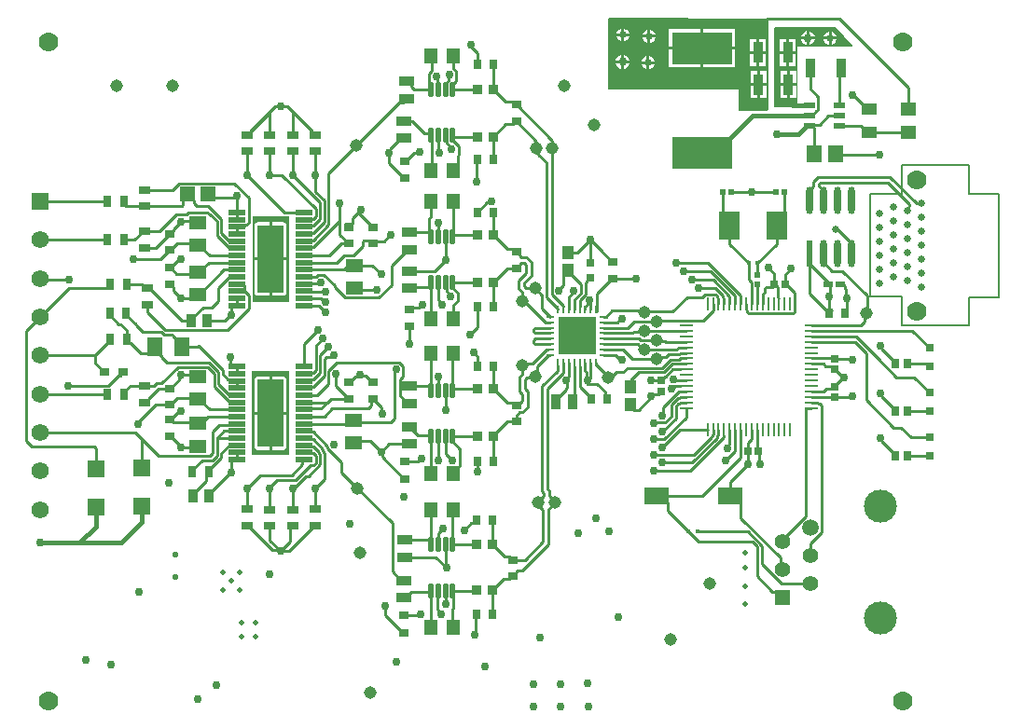
<source format=gtl>
G04*
G04 #@! TF.GenerationSoftware,Altium Limited,Altium Designer,22.9.1 (49)*
G04*
G04 Layer_Physical_Order=1*
G04 Layer_Color=255*
%FSLAX24Y24*%
%MOIN*%
G70*
G04*
G04 #@! TF.SameCoordinates,1C4C81CE-4E44-4544-AACE-53C2D62CD198*
G04*
G04*
G04 #@! TF.FilePolarity,Positive*
G04*
G01*
G75*
%ADD13C,0.0100*%
%ADD14C,0.0150*%
%ADD15C,0.0070*%
%ADD17R,0.0295X0.0394*%
%ADD18R,0.0394X0.0295*%
%ADD19R,0.0600X0.0600*%
%ADD20R,0.0377X0.0497*%
G04:AMPARAMS|DCode=21|XSize=9.8mil|YSize=27.6mil|CornerRadius=2mil|HoleSize=0mil|Usage=FLASHONLY|Rotation=180.000|XOffset=0mil|YOffset=0mil|HoleType=Round|Shape=RoundedRectangle|*
%AMROUNDEDRECTD21*
21,1,0.0098,0.0236,0,0,180.0*
21,1,0.0059,0.0276,0,0,180.0*
1,1,0.0039,-0.0030,0.0118*
1,1,0.0039,0.0030,0.0118*
1,1,0.0039,0.0030,-0.0118*
1,1,0.0039,-0.0030,-0.0118*
%
%ADD21ROUNDEDRECTD21*%
G04:AMPARAMS|DCode=22|XSize=9.8mil|YSize=27.6mil|CornerRadius=2mil|HoleSize=0mil|Usage=FLASHONLY|Rotation=90.000|XOffset=0mil|YOffset=0mil|HoleType=Round|Shape=RoundedRectangle|*
%AMROUNDEDRECTD22*
21,1,0.0098,0.0236,0,0,90.0*
21,1,0.0059,0.0276,0,0,90.0*
1,1,0.0039,0.0118,0.0030*
1,1,0.0039,0.0118,-0.0030*
1,1,0.0039,-0.0118,-0.0030*
1,1,0.0039,-0.0118,0.0030*
%
%ADD22ROUNDEDRECTD22*%
%ADD23R,0.0315X0.0315*%
%ADD24R,0.0394X0.0315*%
%ADD25R,0.0354X0.0315*%
%ADD26R,0.0533X0.0710*%
%ADD27R,0.0613X0.0500*%
%ADD28R,0.0354X0.0315*%
%ADD29R,0.0368X0.0379*%
%ADD30R,0.0315X0.0354*%
G04:AMPARAMS|DCode=31|XSize=17.7mil|YSize=63mil|CornerRadius=1.9mil|HoleSize=0mil|Usage=FLASHONLY|Rotation=90.000|XOffset=0mil|YOffset=0mil|HoleType=Round|Shape=RoundedRectangle|*
%AMROUNDEDRECTD31*
21,1,0.0177,0.0591,0,0,90.0*
21,1,0.0138,0.0630,0,0,90.0*
1,1,0.0039,0.0295,0.0069*
1,1,0.0039,0.0295,-0.0069*
1,1,0.0039,-0.0295,-0.0069*
1,1,0.0039,-0.0295,0.0069*
%
%ADD31ROUNDEDRECTD31*%
G04:AMPARAMS|DCode=32|XSize=94.5mil|YSize=242.9mil|CornerRadius=1.9mil|HoleSize=0mil|Usage=FLASHONLY|Rotation=0.000|XOffset=0mil|YOffset=0mil|HoleType=Round|Shape=RoundedRectangle|*
%AMROUNDEDRECTD32*
21,1,0.0945,0.2391,0,0,0.0*
21,1,0.0907,0.2429,0,0,0.0*
1,1,0.0038,0.0454,-0.1196*
1,1,0.0038,-0.0454,-0.1196*
1,1,0.0038,-0.0454,0.1196*
1,1,0.0038,0.0454,0.1196*
%
%ADD32ROUNDEDRECTD32*%
%ADD33R,0.0094X0.0492*%
%ADD34R,0.0492X0.0094*%
%ADD35R,0.0374X0.0217*%
%ADD36R,0.0576X0.0494*%
%ADD37R,0.0906X0.0591*%
%ADD38R,0.0354X0.0748*%
%ADD39R,0.2165X0.1181*%
%ADD40R,0.0276X0.0335*%
%ADD41R,0.0535X0.0575*%
%ADD42R,0.0554X0.0615*%
%ADD43R,0.0374X0.0669*%
%ADD44R,0.0433X0.0236*%
G04:AMPARAMS|DCode=45|XSize=97.4mil|YSize=24.5mil|CornerRadius=12.2mil|HoleSize=0mil|Usage=FLASHONLY|Rotation=90.000|XOffset=0mil|YOffset=0mil|HoleType=Round|Shape=RoundedRectangle|*
%AMROUNDEDRECTD45*
21,1,0.0974,0.0000,0,0,90.0*
21,1,0.0729,0.0245,0,0,90.0*
1,1,0.0245,0.0000,0.0365*
1,1,0.0245,0.0000,-0.0365*
1,1,0.0245,0.0000,-0.0365*
1,1,0.0245,0.0000,0.0365*
%
%ADD45ROUNDEDRECTD45*%
%ADD46R,0.0245X0.0974*%
%ADD47R,0.0531X0.0374*%
G04:AMPARAMS|DCode=48|XSize=17.7mil|YSize=51.2mil|CornerRadius=4.4mil|HoleSize=0mil|Usage=FLASHONLY|Rotation=180.000|XOffset=0mil|YOffset=0mil|HoleType=Round|Shape=RoundedRectangle|*
%AMROUNDEDRECTD48*
21,1,0.0177,0.0423,0,0,180.0*
21,1,0.0089,0.0512,0,0,180.0*
1,1,0.0089,-0.0044,0.0212*
1,1,0.0089,0.0044,0.0212*
1,1,0.0089,0.0044,-0.0212*
1,1,0.0089,-0.0044,-0.0212*
%
%ADD48ROUNDEDRECTD48*%
G04:AMPARAMS|DCode=49|XSize=17.7mil|YSize=51.2mil|CornerRadius=4.4mil|HoleSize=0mil|Usage=FLASHONLY|Rotation=180.000|XOffset=0mil|YOffset=0mil|HoleType=Round|Shape=RoundedRectangle|*
%AMROUNDEDRECTD49*
21,1,0.0177,0.0423,0,0,180.0*
21,1,0.0089,0.0512,0,0,180.0*
1,1,0.0089,-0.0044,0.0212*
1,1,0.0089,0.0044,0.0212*
1,1,0.0089,0.0044,-0.0212*
1,1,0.0089,-0.0044,-0.0212*
%
%ADD49ROUNDEDRECTD49*%
%ADD50R,0.0283X0.0299*%
%ADD51R,0.1358X0.1358*%
%ADD52R,0.0299X0.0283*%
%ADD53R,0.0354X0.0295*%
%ADD54R,0.0472X0.0571*%
%ADD55R,0.0398X0.0476*%
%ADD56R,0.0374X0.0531*%
%ADD57R,0.0217X0.0236*%
%ADD58R,0.0748X0.1024*%
%ADD59R,0.0177X0.0177*%
%ADD60R,0.0220X0.0205*%
%ADD61R,0.0276X0.0256*%
%ADD62R,0.0551X0.0394*%
%ADD63C,0.0700*%
%ADD64C,0.0200*%
%ADD65C,0.0260*%
%ADD66C,0.1181*%
%ADD67C,0.0591*%
%ADD68C,0.0551*%
%ADD69R,0.0551X0.0551*%
%ADD70C,0.0617*%
%ADD71R,0.0617X0.0617*%
%ADD72C,0.0300*%
%ADD73C,0.0450*%
%ADD74C,0.0220*%
G36*
X23774Y18943D02*
X22424D01*
Y21943D01*
X23774D01*
Y18943D01*
D02*
G37*
G36*
X23749Y24425D02*
X22449D01*
Y27475D01*
X23749D01*
Y24425D01*
D02*
G37*
G36*
X43907Y33596D02*
X43887Y33550D01*
X41943D01*
Y31392D01*
X41124D01*
X41082Y31412D01*
Y34207D01*
X41118Y34242D01*
X41513Y34237D01*
D01*
X43000Y34250D01*
X43300D01*
X43907Y33596D01*
D02*
G37*
G36*
X40883Y34547D02*
Y31266D01*
X40845Y31233D01*
X40840Y31238D01*
X39841D01*
Y31964D01*
X39841Y32012D01*
X39833Y32020D01*
X39816Y32004D01*
X39791Y32004D01*
X35146D01*
Y34546D01*
X35192Y34592D01*
X40883Y34547D01*
D02*
G37*
%LPC*%
G36*
X23552Y21760D02*
X23149D01*
Y20493D01*
X23674D01*
Y21639D01*
X23664Y21685D01*
X23638Y21724D01*
X23599Y21751D01*
X23552Y21760D01*
D02*
G37*
G36*
X23049D02*
X22645D01*
X22599Y21751D01*
X22560Y21724D01*
X22533Y21685D01*
X22524Y21639D01*
Y20493D01*
X23049D01*
Y21760D01*
D02*
G37*
G36*
X23674Y20393D02*
X23149D01*
Y19126D01*
X23552D01*
X23599Y19135D01*
X23638Y19162D01*
X23664Y19201D01*
X23674Y19247D01*
Y20393D01*
D02*
G37*
G36*
X23049D02*
X22524D01*
Y19247D01*
X22533Y19201D01*
X22560Y19162D01*
X22599Y19135D01*
X22645Y19126D01*
X23049D01*
Y20393D01*
D02*
G37*
G36*
X23552Y27267D02*
X23149D01*
Y26000D01*
X23674D01*
Y27146D01*
X23664Y27192D01*
X23638Y27231D01*
X23599Y27258D01*
X23552Y27267D01*
D02*
G37*
G36*
X23049D02*
X22645D01*
X22599Y27258D01*
X22560Y27231D01*
X22533Y27192D01*
X22524Y27146D01*
Y26000D01*
X23049D01*
Y27267D01*
D02*
G37*
G36*
X23674Y25900D02*
X23149D01*
Y24633D01*
X23552D01*
X23599Y24642D01*
X23638Y24669D01*
X23664Y24708D01*
X23674Y24754D01*
Y25900D01*
D02*
G37*
G36*
X23049D02*
X22524D01*
Y24754D01*
X22533Y24708D01*
X22560Y24669D01*
X22599Y24642D01*
X22645Y24633D01*
X23049D01*
Y25900D01*
D02*
G37*
G36*
X43150Y34078D02*
Y33900D01*
X43328D01*
X43295Y33980D01*
X43230Y34045D01*
X43150Y34078D01*
D02*
G37*
G36*
X43050D02*
X42970Y34045D01*
X42905Y33980D01*
X42872Y33900D01*
X43050D01*
Y34078D01*
D02*
G37*
G36*
X42350Y34100D02*
Y33900D01*
X42550D01*
X42512Y33992D01*
X42442Y34062D01*
X42350Y34100D01*
D02*
G37*
G36*
X42250D02*
X42158Y34062D01*
X42088Y33992D01*
X42050Y33900D01*
X42250D01*
Y34100D01*
D02*
G37*
G36*
X43328Y33800D02*
X43150D01*
Y33622D01*
X43230Y33655D01*
X43295Y33720D01*
X43328Y33800D01*
D02*
G37*
G36*
X43050D02*
X42872D01*
X42905Y33720D01*
X42970Y33655D01*
X43050Y33622D01*
Y33800D01*
D02*
G37*
G36*
X42550D02*
X42350D01*
Y33600D01*
X42442Y33638D01*
X42512Y33708D01*
X42550Y33800D01*
D02*
G37*
G36*
X42250D02*
X42050D01*
X42088Y33708D01*
X42158Y33638D01*
X42250Y33600D01*
Y33800D01*
D02*
G37*
G36*
X41862Y33809D02*
X41635D01*
Y33385D01*
X41862D01*
Y33550D01*
Y33809D01*
D02*
G37*
G36*
X41535D02*
X41308D01*
Y33385D01*
X41535D01*
Y33809D01*
D02*
G37*
G36*
X41862Y33285D02*
X41635D01*
Y32861D01*
X41862D01*
Y33285D01*
D02*
G37*
G36*
X41535D02*
X41308D01*
Y32861D01*
X41535D01*
Y33285D01*
D02*
G37*
G36*
X41885Y32666D02*
X41658D01*
Y32242D01*
X41885D01*
Y32666D01*
D02*
G37*
G36*
X41558D02*
X41331D01*
Y32242D01*
X41558D01*
Y32666D01*
D02*
G37*
G36*
X41885Y32142D02*
X41658D01*
Y31718D01*
X41885D01*
Y32142D01*
D02*
G37*
G36*
X41558D02*
X41331D01*
Y31718D01*
X41558D01*
Y32142D01*
D02*
G37*
G36*
X35740Y34194D02*
Y34016D01*
X35919D01*
X35885Y34097D01*
X35821Y34161D01*
X35740Y34194D01*
D02*
G37*
G36*
X35640D02*
X35560Y34161D01*
X35495Y34097D01*
X35462Y34016D01*
X35640D01*
Y34194D01*
D02*
G37*
G36*
X36678Y34144D02*
Y33966D01*
X36857D01*
X36823Y34047D01*
X36759Y34111D01*
X36678Y34144D01*
D02*
G37*
G36*
X36578D02*
X36498Y34111D01*
X36433Y34047D01*
X36400Y33966D01*
X36578D01*
Y34144D01*
D02*
G37*
G36*
X35919Y33916D02*
X35740D01*
Y33738D01*
X35821Y33771D01*
X35885Y33836D01*
X35919Y33916D01*
D02*
G37*
G36*
X35640D02*
X35462D01*
X35495Y33836D01*
X35560Y33771D01*
X35640Y33738D01*
Y33916D01*
D02*
G37*
G36*
X36857Y33866D02*
X36678D01*
Y33688D01*
X36759Y33721D01*
X36823Y33786D01*
X36857Y33866D01*
D02*
G37*
G36*
X36578D02*
X36400D01*
X36433Y33786D01*
X36498Y33721D01*
X36578Y33688D01*
Y33866D01*
D02*
G37*
G36*
X39698Y34184D02*
X38565D01*
Y33543D01*
X39698D01*
Y34184D01*
D02*
G37*
G36*
X38465D02*
X37332D01*
Y33543D01*
X38465D01*
Y34184D01*
D02*
G37*
G36*
X40799Y33809D02*
X40572D01*
Y33385D01*
X40799D01*
Y33809D01*
D02*
G37*
G36*
X40472D02*
X40245D01*
Y33385D01*
X40472D01*
Y33809D01*
D02*
G37*
G36*
X35737Y33258D02*
Y33058D01*
X35937D01*
X35899Y33150D01*
X35828Y33220D01*
X35737Y33258D01*
D02*
G37*
G36*
X35637D02*
X35545Y33220D01*
X35475Y33150D01*
X35437Y33058D01*
X35637D01*
Y33258D01*
D02*
G37*
G36*
X36643Y33201D02*
Y33023D01*
X36821D01*
X36788Y33103D01*
X36723Y33168D01*
X36643Y33201D01*
D02*
G37*
G36*
X36543D02*
X36462Y33168D01*
X36398Y33103D01*
X36365Y33023D01*
X36543D01*
Y33201D01*
D02*
G37*
G36*
X40799Y33285D02*
X40572D01*
Y32861D01*
X40799D01*
Y33285D01*
D02*
G37*
G36*
X40472D02*
X40245D01*
Y32861D01*
X40472D01*
Y33285D01*
D02*
G37*
G36*
X39698Y33443D02*
X38565D01*
Y32803D01*
X39698D01*
Y33443D01*
D02*
G37*
G36*
X38465D02*
X37332D01*
Y32803D01*
X38465D01*
Y33443D01*
D02*
G37*
G36*
X35937Y32958D02*
X35737D01*
Y32758D01*
X35828Y32796D01*
X35899Y32867D01*
X35937Y32958D01*
D02*
G37*
G36*
X35637D02*
X35437D01*
X35475Y32867D01*
X35545Y32796D01*
X35637Y32758D01*
Y32958D01*
D02*
G37*
G36*
X36821Y32923D02*
X36643D01*
Y32744D01*
X36723Y32778D01*
X36788Y32842D01*
X36821Y32923D01*
D02*
G37*
G36*
X36543D02*
X36365D01*
X36398Y32842D01*
X36462Y32778D01*
X36543Y32744D01*
Y32923D01*
D02*
G37*
G36*
X40822Y32666D02*
X40595D01*
Y32242D01*
X40822D01*
Y32666D01*
D02*
G37*
G36*
X40495D02*
X40268D01*
Y32242D01*
X40495D01*
Y32666D01*
D02*
G37*
G36*
X40822Y32142D02*
X40595D01*
Y31718D01*
X40822D01*
Y32142D01*
D02*
G37*
G36*
X40495D02*
X40268D01*
Y31718D01*
X40495D01*
Y32142D01*
D02*
G37*
%LPD*%
D13*
X29626Y18325D02*
X29812Y18511D01*
X29875Y18570D02*
Y19159D01*
X29816Y18511D02*
X29875Y18570D01*
X29626Y18276D02*
Y18325D01*
X29812Y18511D02*
X29816D01*
X29347Y18993D02*
Y19598D01*
Y18993D02*
X29579Y18761D01*
X29091Y18772D02*
X29102Y18761D01*
X29091Y18772D02*
Y19598D01*
X41479Y25379D02*
X41700Y25600D01*
X41479Y25071D02*
Y25379D01*
X40900Y25633D02*
Y25650D01*
X41104Y25096D02*
Y25429D01*
X40900Y25633D02*
X41104Y25429D01*
X20268Y23810D02*
X20686Y24227D01*
X21003D01*
X20268Y23750D02*
Y23810D01*
X21215Y24439D02*
Y24905D01*
X21003Y24227D02*
X21215Y24439D01*
X21860Y25272D02*
X21898Y25310D01*
X21215Y24905D02*
X21582Y25272D01*
X21860D01*
X18749Y24917D02*
X19917Y23750D01*
X18700Y24917D02*
X18749D01*
X19917Y23750D02*
X20268D01*
X18509Y25059D02*
X18651Y24917D01*
X17951Y25059D02*
X18509D01*
X18651Y24917D02*
X18700D01*
X18500Y19500D02*
X19088Y18912D01*
X18500Y18490D02*
Y19500D01*
X18256Y19744D02*
X18500Y19500D01*
X16792Y19250D02*
X16850Y19191D01*
Y18455D02*
Y19191D01*
X14350Y19450D02*
X14550Y19250D01*
X16792D01*
X15869Y21419D02*
X17285D01*
X17720Y21794D02*
X17827Y21901D01*
X17285Y21419D02*
X17660Y21794D01*
X17720D01*
X15850Y21400D02*
X15869Y21419D01*
X17031Y22009D02*
X17138Y21901D01*
X16816Y22243D02*
Y22500D01*
X17138Y21901D02*
X17158D01*
X17031Y22009D02*
Y22028D01*
X16816Y22243D02*
X17031Y22028D01*
X14850Y22500D02*
X16816D01*
X17361Y23044D01*
Y23094D01*
X20481Y24612D02*
X21433Y25564D01*
X19900Y24550D02*
X20363D01*
X20500Y24687D01*
X22158Y24816D02*
X22313Y24661D01*
X19341Y23402D02*
X21547D01*
X18700Y24043D02*
X19341Y23402D01*
X18700Y24043D02*
Y24327D01*
X21547Y23402D02*
X22313Y24168D01*
X22158Y24816D02*
Y25016D01*
X22313Y24168D02*
Y24661D01*
X22120Y25054D02*
X22158Y25016D01*
X21898Y25054D02*
X22120D01*
X19200Y23330D02*
X19279Y23252D01*
X18538Y23330D02*
X19200D01*
X19600Y23221D02*
Y23252D01*
Y23221D02*
X19932Y22889D01*
X19279Y23252D02*
X19600D01*
X20438Y24612D02*
X20481D01*
X21433Y25564D02*
X21896D01*
X21898Y25566D01*
X17951Y23094D02*
Y23403D01*
Y23044D02*
Y23094D01*
X17355Y23951D02*
X17677Y23628D01*
X17726D01*
X17355Y23951D02*
Y24000D01*
X17726Y23628D02*
X17951Y23403D01*
X17945Y23951D02*
X18290Y23606D01*
Y23578D02*
Y23606D01*
X17945Y23951D02*
Y24000D01*
X18290Y23578D02*
X18538Y23330D01*
X18900Y22732D02*
X18968Y22800D01*
X18946Y22732D02*
X19184Y22495D01*
Y22449D02*
X19395Y22238D01*
X20910D01*
X18900Y22732D02*
X18946D01*
X18760Y22592D02*
X18900Y22732D01*
X19184Y22449D02*
Y22495D01*
X18098Y22947D02*
X18453Y22592D01*
X18760D01*
X19932Y22800D02*
Y22889D01*
X20530Y22830D02*
X21379Y21980D01*
X20500Y22800D02*
X20530Y22830D01*
X19932Y22800D02*
X20500D01*
X21815Y21649D02*
X21898Y21567D01*
X21379Y21836D02*
Y21980D01*
Y21836D02*
X21566Y21649D01*
X21815D01*
X21898Y21339D02*
Y21567D01*
X21582Y21121D02*
X21721D01*
X21229Y21474D02*
Y21918D01*
Y21474D02*
X21582Y21121D01*
X20910Y22238D02*
X21229Y21918D01*
X18049Y22947D02*
X18098D01*
X17951Y23044D02*
X18049Y22947D01*
X21079Y21368D02*
Y21856D01*
X19199Y21504D02*
X19782Y22088D01*
X20848D01*
X21079Y21856D01*
X18600Y21417D02*
X18943D01*
X18091D02*
X18600D01*
X21079Y21368D02*
X21582Y20865D01*
X21860D02*
X21898Y20827D01*
X21582Y20865D02*
X21860D01*
X17263Y24912D02*
X17361Y25010D01*
X15884Y24912D02*
X17263D01*
X17361Y25010D02*
Y25059D01*
X14850Y23878D02*
X15884Y24912D01*
X14350Y19450D02*
Y23378D01*
X14850Y23878D01*
X19718Y27550D02*
X20092D01*
X19114Y26945D02*
X19718Y27550D01*
X18600Y26945D02*
X19114D01*
X14850Y25256D02*
X14878Y25228D01*
X15872D01*
X15900Y25200D01*
X20909Y17544D02*
X21665Y18300D01*
X21700D01*
X20909Y17484D02*
Y17544D01*
X20798Y18005D02*
Y18252D01*
X20336Y17484D02*
Y17544D01*
X20798Y18005D01*
Y18252D02*
X20895Y18350D01*
X21739Y18780D02*
X21898D01*
X21700Y18741D02*
X21739Y18780D01*
X21700Y18300D02*
Y18741D01*
X21582Y19253D02*
X21860D01*
X21333Y19004D02*
X21582Y19253D01*
X20895Y18399D02*
X21333Y18837D01*
X21860Y19253D02*
X21898Y19291D01*
X21333Y18837D02*
Y19004D01*
X20895Y18350D02*
Y18399D01*
X21183Y19553D02*
X21189Y19547D01*
X21898D01*
X20305Y18399D02*
X20668Y18762D01*
X20305Y18350D02*
Y18399D01*
X20668Y18762D02*
X21037D01*
X21183Y18909D01*
X44938Y22740D02*
X45424Y22255D01*
X44900Y22850D02*
X44938Y22812D01*
Y22740D02*
Y22812D01*
X44018Y23184D02*
X44797Y22406D01*
X44400Y20900D02*
Y22590D01*
X42438Y22987D02*
X44003D01*
X44797Y22406D02*
Y22406D01*
X42438Y23184D02*
X44018D01*
X44003Y22987D02*
X44400Y22590D01*
X44797Y22406D02*
X45477Y21725D01*
X45375Y19925D02*
X45639D01*
X44400Y20900D02*
X45375Y19925D01*
X35047Y21048D02*
Y21198D01*
X34431Y21469D02*
X34776D01*
X35047Y21198D01*
Y21048D02*
X35145Y20950D01*
X34400Y21500D02*
X34431Y21469D01*
X34400Y21543D02*
X34542Y21685D01*
X34400Y21500D02*
Y21543D01*
X34148Y21376D02*
Y22105D01*
Y21376D02*
X34555Y20970D01*
Y20950D02*
Y20970D01*
X34392Y21635D02*
Y21901D01*
Y21635D02*
X34427Y21600D01*
X25127Y20827D02*
X25246Y20946D01*
X25253Y20953D02*
X25879D01*
X25889Y20955D02*
X25900D01*
X25309Y20609D02*
X26609D01*
X25015Y20315D02*
X25309Y20609D01*
X26609D02*
X26706Y20706D01*
X24300Y20315D02*
X25015D01*
X24910Y20610D02*
X25127Y20827D01*
X24300D02*
X25127D01*
X24338Y20610D02*
X24910D01*
X26172Y30021D02*
X27709Y31558D01*
X25165Y29013D02*
X26172Y30019D01*
X25165Y27178D02*
Y29013D01*
X27709Y31558D02*
X27813D01*
X27950Y31695D01*
X35596Y22350D02*
X35650D01*
X34995Y22511D02*
X35435D01*
X35596Y22350D01*
X35488Y23692D02*
X35596Y23800D01*
X34995Y23692D02*
X35488D01*
X35596Y23800D02*
X35650D01*
X35328Y25250D02*
X36150D01*
X34750Y24094D02*
Y24702D01*
X35303Y25255D02*
X35323D01*
X34750Y24702D02*
X35303Y25255D01*
X35323D02*
X35328Y25250D01*
X44416Y24016D02*
Y24630D01*
X44333Y23720D02*
Y23933D01*
X44416Y24016D01*
X44191Y23578D02*
X44333Y23720D01*
X33574Y25028D02*
Y25401D01*
X33723Y25550D01*
X33400Y24854D02*
X33574Y25028D01*
X33400Y24800D02*
Y24854D01*
X44421Y31300D02*
X44500D01*
X43900Y31800D02*
X43921D01*
X44421Y31300D01*
X43850Y25784D02*
Y26513D01*
X43300Y27000D02*
X43331Y26969D01*
X43394D02*
X43850Y26513D01*
X43525Y25521D02*
X44416Y24630D01*
X43331Y26969D02*
X43394D01*
X43178Y25521D02*
X43525D01*
X43700Y24055D02*
Y24550D01*
X43645Y24000D02*
X43700Y24055D01*
X43555Y25050D02*
X43613Y24992D01*
Y24913D02*
Y24992D01*
X43676Y24574D02*
Y24850D01*
X43476Y25050D02*
X43555D01*
X43613Y24913D02*
X43676Y24850D01*
Y24574D02*
X43700Y24550D01*
X34523Y26650D02*
X34885Y26287D01*
X34523Y26650D02*
X34525Y26653D01*
X34054Y26181D02*
X34523Y26650D01*
X33723Y26181D02*
X34054D01*
X44938Y19440D02*
X45424Y18955D01*
X44938Y19440D02*
Y19504D01*
X44900Y19542D02*
X44938Y19504D01*
X45424Y18925D02*
Y18955D01*
X44938Y21040D02*
Y21104D01*
X44900Y21142D02*
X44938Y21104D01*
X45424Y20525D02*
Y20555D01*
X44938Y21040D02*
X45424Y20555D01*
Y22225D02*
Y22255D01*
X45639Y19925D02*
X45989Y19575D01*
X46650D01*
X45876Y18925D02*
X46650D01*
X45876Y20525D02*
X46650D01*
X46100Y21725D02*
X46650Y21175D01*
X45477Y21725D02*
X46100D01*
X46550Y22225D02*
X46650Y22125D01*
X45876Y22225D02*
X46550D01*
X42438Y23381D02*
X46044D01*
X46650Y22775D01*
X19088Y18912D02*
X20937D01*
X14850Y19744D02*
X18256D01*
X20937Y18912D02*
X21033Y19009D01*
Y19783D01*
X21183Y18909D02*
Y19553D01*
X19842Y19229D02*
X19870Y19200D01*
X19480Y19621D02*
X19500D01*
X19870Y19200D02*
X20440D01*
X19520Y19621D02*
X19842Y19299D01*
Y19229D02*
Y19299D01*
X21033Y19783D02*
X21271Y20021D01*
X21433Y19803D02*
X21898D01*
X21183Y19553D02*
X21433Y19803D01*
X21271Y20021D02*
X21860D01*
X20341Y20104D02*
X20500Y19944D01*
X19520Y20211D02*
X19627Y20104D01*
X20341D01*
X14850Y28012D02*
X17243D01*
X27450Y14776D02*
X27771Y14455D01*
X26200Y17750D02*
X27450Y16500D01*
Y14776D02*
Y16500D01*
X25627Y18323D02*
X26200Y17750D01*
X25122Y19196D02*
X25627Y18691D01*
Y18323D02*
Y18691D01*
X44421Y30473D02*
X44500D01*
X43413Y30702D02*
X44193D01*
X44421Y30473D01*
X43413Y31450D02*
Y32719D01*
X43487Y32794D01*
X42448Y31076D02*
X42604Y31232D01*
X42385Y32041D02*
X42667Y31759D01*
X42385Y32041D02*
Y32794D01*
X42667Y31290D02*
Y31759D01*
X42608Y31232D02*
X42667Y31290D01*
X42604Y31232D02*
X42608D01*
X42350Y31076D02*
X42448D01*
X38515Y29753D02*
X39007D01*
X43280Y29718D02*
X43316Y29682D01*
X44846D01*
X42448Y30702D02*
X42531Y30620D01*
X42350Y30702D02*
X42448D01*
X42531Y29718D02*
Y30620D01*
X42404Y30756D02*
X42717D01*
X42350Y30702D02*
X42404Y30756D01*
X43032Y31072D02*
X43413D01*
X42717Y30756D02*
X43032Y31072D01*
X44500Y30473D02*
X45877D01*
X45900Y30496D01*
X33229Y17303D02*
X33250D01*
Y17210D02*
Y17237D01*
X33061Y17471D02*
X33229Y17303D01*
X33043Y17003D02*
X33250Y17210D01*
X41788Y34124D02*
X41805Y34107D01*
X40773Y34454D02*
X40876Y34558D01*
X43425D01*
X45900Y31304D02*
Y32083D01*
X43425Y34558D02*
X45900Y32083D01*
X43413Y31450D02*
X43511D01*
X23912Y17750D02*
X24356Y18194D01*
X23986Y18036D02*
X24541Y18591D01*
X23073Y17788D02*
X23321Y18036D01*
X23883Y17750D02*
X23912D01*
X23321Y18036D02*
X23986D01*
X23883Y16996D02*
Y17750D01*
X23855Y18221D02*
X24233Y18600D01*
X22721Y18221D02*
X23855D01*
X22250Y17750D02*
X22721Y18221D01*
X17845Y21171D02*
X18091Y21417D01*
X17845Y21122D02*
Y21171D01*
X14850Y21122D02*
X17233D01*
X17255Y21100D01*
X18368Y20062D02*
Y20109D01*
X18998Y20739D01*
X27771Y14455D02*
X27850D01*
X29367Y14935D02*
X29387Y14915D01*
X29007Y15295D02*
X29367Y14935D01*
X27900Y15295D02*
X29007D01*
X25122Y19196D02*
Y19259D01*
X24616Y19765D02*
X25122Y19259D01*
X24338Y19765D02*
X24616D01*
X24300Y19803D02*
X24338Y19765D01*
X21898Y19036D02*
X21937Y19074D01*
X27870Y18095D02*
X27900D01*
X27088Y18877D02*
X27870Y18095D01*
X21860Y20021D02*
X21898Y20059D01*
X28973Y25521D02*
X29372Y25920D01*
X28077Y25521D02*
X28973D01*
X27088Y18877D02*
Y19012D01*
X27050Y19050D02*
X27088Y19012D01*
X27194Y13221D02*
Y13537D01*
X27820Y12595D02*
X27850D01*
X27194Y13221D02*
X27820Y12595D01*
X29367Y14935D02*
Y15724D01*
X29347Y15744D02*
X29367Y15724D01*
X27050Y19050D02*
X27345Y19345D01*
X28050D01*
X25165Y21483D02*
Y21954D01*
X27712Y21082D02*
Y21634D01*
X27831Y21753D02*
Y22104D01*
X27685Y22250D02*
X27831Y22104D01*
X25461Y22250D02*
X27685D01*
X27999Y20795D02*
X28077D01*
X25165Y21954D02*
X25461Y22250D01*
X27712Y21082D02*
X27999Y20795D01*
X24765Y21083D02*
X25165Y21483D01*
X27712Y21634D02*
X27831Y21753D01*
X24300Y21083D02*
X24765D01*
X24300Y26078D02*
X25191D01*
X25617Y26505D02*
X25900D01*
X25191Y26078D02*
X25617Y26505D01*
X25557Y26828D02*
X25880Y26505D01*
X25557Y26828D02*
Y27313D01*
X24300Y26334D02*
X24338Y26372D01*
X24616D02*
X25557Y27313D01*
Y27952D01*
X24338Y26372D02*
X24616D01*
Y26628D02*
X25165Y27178D01*
X26027Y27421D02*
X26226Y27620D01*
X26250Y27595D02*
Y27644D01*
X26027Y27203D02*
Y27421D01*
X26250Y27644D02*
X26317Y27711D01*
X26250Y27595D02*
X26623Y27222D01*
Y27203D02*
Y27222D01*
X26025Y27201D02*
X26027Y27203D01*
X25775Y27201D02*
X26025D01*
X25415Y21420D02*
X25880Y20955D01*
X25415Y21420D02*
Y21850D01*
X33558Y24233D02*
Y24265D01*
X33150Y24673D02*
X33558Y24265D01*
X33150Y24673D02*
Y29900D01*
X19629Y24821D02*
X19900Y24550D01*
X19627Y24890D02*
X19629Y24889D01*
Y24821D02*
Y24889D01*
X19627Y24890D02*
Y24947D01*
Y26963D02*
Y27016D01*
X19520Y26856D02*
X19627Y26963D01*
Y27016D02*
X19900Y27289D01*
X19500Y26856D02*
X19520D01*
X19800Y27300D02*
X20426D01*
X19480Y26856D02*
X19520D01*
X19491Y25044D02*
X19530D01*
X19627Y24947D01*
X14850Y26634D02*
X17221D01*
X17255Y26600D01*
X17243Y28012D02*
X17255Y28000D01*
X25384Y24949D02*
X25762Y24571D01*
X24300Y25310D02*
X24732D01*
X27418Y25714D02*
X27999Y26295D01*
X27418Y25015D02*
Y25714D01*
X26975Y24571D02*
X27418Y25015D01*
X25762Y24571D02*
X26975D01*
X25384Y24949D02*
Y25000D01*
X25007Y25378D02*
X25384Y25000D01*
X24800Y25378D02*
X25007D01*
X27999Y26295D02*
X28077D01*
X24732Y25310D02*
X24800Y25378D01*
X27334Y29381D02*
X27870Y28845D01*
X27334Y29381D02*
Y29762D01*
X27870Y28845D02*
X27900D01*
X27334Y29762D02*
X27373Y29800D01*
X27771Y30278D02*
X27850D01*
X27373Y29879D02*
X27771Y30278D01*
X27373Y29800D02*
Y29879D01*
X24300Y26590D02*
X24338Y26628D01*
X24616D01*
X20350Y27949D02*
X20467Y27833D01*
X20133Y28167D02*
X20217D01*
X19972Y28033D02*
X20105Y28167D01*
X20217D02*
X20350Y28033D01*
X20133Y28167D02*
Y28271D01*
X19972Y27892D02*
Y28033D01*
X20350Y27949D02*
Y28033D01*
X18600Y27833D02*
X19913D01*
X20105Y28167D02*
X20133D01*
X19913Y27833D02*
X19972Y27892D01*
X20467Y27833D02*
X20863D01*
X22124Y27102D02*
X22192Y27169D01*
X21795Y28658D02*
X22313Y28141D01*
X21898Y27102D02*
X22124D01*
X22192Y27169D02*
X22243D01*
X22313Y27239D01*
Y28141D01*
X19824Y28658D02*
X21795D01*
X19589Y28423D02*
X19824Y28658D01*
X18600Y28423D02*
X19589D01*
X37039Y17486D02*
X38530D01*
X39896Y18852D01*
X36881Y17486D02*
X37039D01*
X39896Y18852D02*
Y19855D01*
X39702Y19094D02*
Y19857D01*
X39349Y18741D02*
X39702Y19094D01*
X30500Y18350D02*
Y18713D01*
X30487Y18726D02*
X30500Y18713D01*
X36820Y18382D02*
X36821Y18383D01*
X38102D01*
X37104Y18663D02*
X38170D01*
X38239Y18945D02*
X38865Y19570D01*
X36781Y18945D02*
X38239D01*
X38170Y18663D02*
X39065Y19557D01*
Y19617D02*
X39111Y19664D01*
X39065Y19557D02*
Y19617D01*
X39111Y19664D02*
Y19857D01*
X38915Y19664D02*
Y19857D01*
X38865Y19615D02*
X38915Y19664D01*
X38865Y19570D02*
Y19615D01*
X37107Y19226D02*
X37739Y19857D01*
X37104Y19226D02*
X37107D01*
X37739Y19857D02*
X38718D01*
X37950Y20281D02*
Y20625D01*
X36781Y19507D02*
X37177D01*
X37950Y20281D01*
X37080Y19851D02*
X37104D01*
X37107Y19788D02*
X37579Y20260D01*
Y20689D02*
X37663Y20772D01*
X37104Y19788D02*
X37107D01*
X37579Y20260D02*
Y20689D01*
X37663Y20772D02*
X37707D01*
X37757Y20822D01*
X37950D01*
X36781Y20033D02*
X36800Y20052D01*
X36813Y20101D02*
X37208D01*
X37429Y20322D01*
Y20751D02*
X37650Y20972D01*
X37710D02*
X37757Y21019D01*
X37650Y20972D02*
X37710D01*
X36781Y20070D02*
X36813Y20101D01*
X37429Y20322D02*
Y20751D01*
X37757Y21019D02*
X37950D01*
X37117Y20363D02*
Y20651D01*
X37679Y21213D01*
X37104Y20351D02*
X37117Y20363D01*
X37679Y21213D02*
X37947D01*
X37950Y21216D01*
X37468Y21320D02*
X37558Y21410D01*
X37414Y21320D02*
X37468D01*
X37558Y21410D02*
X37754D01*
X37063Y21596D02*
Y21613D01*
X36702Y21602D02*
X37057D01*
X37472Y22003D02*
X37754D01*
X37229Y21760D02*
X37472Y22003D01*
X36256Y21910D02*
X37167D01*
X35866Y22060D02*
X37104D01*
X37394Y22350D01*
X37063Y21613D02*
X37210Y21760D01*
X37057Y21602D02*
X37063Y21596D01*
X37167Y21910D02*
X37456Y22200D01*
X37589Y21612D02*
X37947D01*
X37485Y21662D02*
X37539D01*
X37589Y21612D01*
X37947D02*
X37950Y21609D01*
X36700Y21600D02*
X36702Y21602D01*
X37210Y21760D02*
X37229D01*
X37394Y22350D02*
X37710D01*
X37456Y22200D02*
X37950D01*
X36704Y21000D02*
X36823Y21119D01*
X36975D01*
X37063Y21207D01*
X36700Y21000D02*
X36704D01*
X38557Y23750D02*
X38912Y24105D01*
Y24343D01*
X36900Y23750D02*
X38557D01*
X38912Y24343D02*
X38915Y24346D01*
X37994Y24591D02*
X38529D01*
X36475Y24075D02*
X37478D01*
X37994Y24591D01*
X36875Y23725D02*
X36900Y23750D01*
X36450Y24050D02*
X36475Y24075D01*
X38529Y24591D02*
X38629Y24692D01*
X38400Y24900D02*
X39007D01*
X39440Y19193D02*
Y19247D01*
X39505Y19311D02*
Y19857D01*
X39440Y19247D02*
X39505Y19311D01*
X39896Y19855D02*
X39899Y19857D01*
X38102Y18383D02*
X39306Y19586D01*
X26668Y19432D02*
X27050Y19050D01*
X26100Y19432D02*
X26668D01*
X26727Y25723D02*
X27050Y25400D01*
X26110Y25723D02*
X26727D01*
X25848Y25700D02*
X26100D01*
X25714Y25566D02*
X25848Y25700D01*
X24300Y25566D02*
X25714D01*
X26192Y24850D02*
X26900D01*
X26100Y24942D02*
X26192Y24850D01*
X34523Y25816D02*
Y26650D01*
X27521Y21650D02*
X27543Y21672D01*
X27521Y20259D02*
Y21650D01*
X27543Y21672D02*
Y21962D01*
X27581Y22000D01*
X29735Y32318D02*
Y32648D01*
X29616Y32199D02*
X29735Y32318D01*
X29616Y33214D02*
X29626Y33223D01*
X29616Y32019D02*
Y32199D01*
X29400Y32276D02*
X29447Y32323D01*
Y32506D01*
X29485Y32544D01*
X29616Y32767D02*
Y33214D01*
Y32767D02*
X29735Y32648D01*
X28848Y32672D02*
Y33214D01*
X28835Y32019D02*
Y32187D01*
X28838Y33223D02*
X28848Y33214D01*
X29018Y32489D02*
X29055Y32452D01*
Y32056D02*
X29091Y32019D01*
X28768Y32254D02*
X28835Y32187D01*
X28768Y32592D02*
X28848Y32672D01*
X29055Y32056D02*
Y32452D01*
X28768Y32254D02*
Y32592D01*
X29344Y32016D02*
X29347Y32019D01*
X32159Y24450D02*
X32917Y23692D01*
X32092Y24458D02*
Y24766D01*
Y24458D02*
X32100Y24450D01*
X32800Y24194D02*
Y24650D01*
X32550Y24900D02*
X32800Y24650D01*
X32100Y24450D02*
X32159D01*
X31975Y24884D02*
X32092Y24766D01*
X32175Y24966D02*
X32234Y24908D01*
X32542D01*
X31975Y24884D02*
Y25190D01*
X32542Y24908D02*
X32550Y24900D01*
X32175Y24966D02*
Y25107D01*
X31975Y25190D02*
X32218Y25432D01*
X32175Y25107D02*
X32418Y25350D01*
X32800Y24194D02*
X33105Y23889D01*
X41479Y25071D02*
X41818Y24733D01*
X40096Y24152D02*
X40145Y24103D01*
X41818Y24058D02*
Y24733D01*
X41759Y24000D02*
X41818Y24058D01*
X40145D02*
X40204Y24000D01*
X40145Y24058D02*
Y24103D01*
X40204Y24000D02*
X41759D01*
X40096Y24152D02*
Y24346D01*
X27900Y29455D02*
X27930D01*
X28231Y29756D01*
X28397D02*
X28426Y29785D01*
X28231Y29756D02*
X28397D01*
X29105Y29785D02*
X29131Y29760D01*
X29105Y29785D02*
Y30352D01*
X29386Y30100D02*
X29560Y29926D01*
X29347Y30366D02*
X29386Y30327D01*
Y30100D02*
Y30327D01*
X29560Y29872D02*
Y29926D01*
X29603Y30198D02*
Y30366D01*
Y30198D02*
X29617Y30185D01*
X29636D02*
X29835Y29986D01*
Y29684D02*
Y29986D01*
X29787Y29636D02*
X29835Y29684D01*
X29626Y29123D02*
X29787Y29285D01*
X29617Y30185D02*
X29636D01*
X29787Y29285D02*
Y29636D01*
X28848Y29133D02*
Y29753D01*
X28849Y30185D02*
Y30413D01*
X28822Y30440D02*
X28849Y30413D01*
X29091Y30366D02*
X29105Y30352D01*
X28849Y30185D02*
X28855Y30179D01*
Y29760D02*
Y30179D01*
X28848Y29753D02*
X28855Y29760D01*
X29386Y24802D02*
X29535Y24652D01*
X29347Y25098D02*
X29386Y25059D01*
Y24802D02*
Y25059D01*
X29535Y24598D02*
Y24652D01*
X29612Y24921D02*
Y25098D01*
X29810Y24484D02*
Y24723D01*
X29612Y24286D02*
X29810Y24484D01*
X29612Y23847D02*
Y24286D01*
Y24921D02*
X29810Y24723D01*
X29091Y24486D02*
Y25098D01*
Y24486D02*
X29237Y24341D01*
Y24300D02*
Y24341D01*
X23067Y17750D02*
Y17795D01*
Y16996D02*
Y17750D01*
X24356Y18194D02*
X24459D01*
X24865Y18599D01*
X24715Y18661D02*
Y18898D01*
X24541Y18591D02*
X24645D01*
X24715Y18661D01*
X23883Y16996D02*
X23884Y16995D01*
X24233Y18600D02*
Y18741D01*
X24272Y18780D02*
X24300D01*
X24233Y18741D02*
X24272Y18780D01*
X23067Y17795D02*
X23073Y17788D01*
X23067Y16996D02*
X23067Y16995D01*
X30028Y16257D02*
X30269Y16498D01*
X30372D01*
X30455Y16580D01*
X30028Y16257D02*
X30028D01*
X30455Y16580D02*
Y16600D01*
X32808Y21397D02*
X33358Y21946D01*
X32722Y17332D02*
X32861Y17471D01*
X32661Y17332D02*
X32722D01*
X33061Y17471D02*
Y17673D01*
X32808Y17643D02*
X32861Y17590D01*
X33008Y21314D02*
X33558Y21863D01*
X33008Y17726D02*
X33061Y17673D01*
X33008Y17726D02*
Y21314D01*
X32808Y17643D02*
Y21397D01*
X32861Y17471D02*
Y17590D01*
X32843Y15843D02*
Y16450D01*
X32195Y15195D02*
X32843Y15843D01*
X31750Y15195D02*
X32195D01*
X32110Y14800D02*
X33043Y15733D01*
Y17003D01*
X32840Y16453D02*
Y16963D01*
Y16453D02*
X32843Y16450D01*
X32661Y17142D02*
X32840Y16963D01*
X32661Y17142D02*
Y17237D01*
X33358Y21946D02*
Y22153D01*
X33558Y21863D02*
Y22255D01*
X32661Y17237D02*
Y17332D01*
X33700Y21650D02*
X33727Y21677D01*
X33700Y21377D02*
Y21650D01*
X33650Y21327D02*
X33700Y21377D01*
X33650Y21274D02*
Y21327D01*
X33305Y20929D02*
X33650Y21274D01*
X32489Y21698D02*
X32617Y21826D01*
X31990Y20829D02*
X32036D01*
X31991Y21217D02*
X32095Y21114D01*
X31882Y20721D02*
X31990Y20829D01*
X32100Y21830D02*
Y22156D01*
X32295Y20658D02*
Y21197D01*
X31991Y21722D02*
X32100Y21830D01*
X32191Y21300D02*
X32295Y21197D01*
X32191Y21300D02*
Y21639D01*
X32101Y20464D02*
X32295Y20658D01*
X32036Y20829D02*
X32095Y20887D01*
X31991Y21217D02*
Y21722D01*
X32191Y21639D02*
X32250Y21698D01*
X32489D01*
X32095Y20887D02*
Y21114D01*
X32158Y22214D02*
X32475D01*
X32972Y22711D01*
X32100Y22156D02*
X32158Y22214D01*
X32972Y22711D02*
X33022D01*
X32617Y22110D02*
X33018Y22511D01*
X32617Y21826D02*
Y22110D01*
X33018Y22511D02*
X33105D01*
X32550Y22900D02*
X32555Y22905D01*
X33105D01*
X32500Y23043D02*
X32559Y23102D01*
X32500Y22950D02*
X32550Y22900D01*
X32500Y22950D02*
Y23043D01*
X32559Y23102D02*
X33105D01*
X32008Y20464D02*
X32101D01*
X31882Y20338D02*
X32008Y20464D01*
X31882Y20131D02*
Y20338D01*
X31064Y19631D02*
X31563Y20131D01*
X31882D01*
X31064Y19626D02*
Y19631D01*
Y19626D02*
X31077Y19612D01*
Y18726D02*
Y19612D01*
X31775Y20829D02*
X31882Y20721D01*
X31064Y21326D02*
X31077Y21340D01*
Y22126D01*
X31064Y21321D02*
X31556Y20829D01*
X31775D01*
X31064Y21321D02*
Y21326D01*
X35176Y21731D02*
X35287D01*
X34739Y22168D02*
X35176Y21731D01*
Y21715D02*
Y21731D01*
X35287D02*
X35456Y21900D01*
X35706D01*
X34739Y22168D02*
Y22255D01*
X31775Y26312D02*
X31882Y26205D01*
X31556Y26312D02*
X31775D01*
X31902Y26205D02*
X32009Y26097D01*
X31882Y26205D02*
X31902D01*
X31064Y26809D02*
X31077Y26823D01*
Y27609D01*
X31064Y26804D02*
X31556Y26312D01*
X32068Y26009D02*
X32242D01*
X32009Y26068D02*
Y26097D01*
Y26068D02*
X32068Y26009D01*
X32242D02*
X32418Y25834D01*
Y25350D02*
Y25834D01*
X31064Y24264D02*
X31077Y24250D01*
X31064Y24264D02*
Y25109D01*
Y25115D01*
X31563Y25614D01*
X31882D02*
X31902D01*
X31563D02*
X31882D01*
X31902D02*
X32009Y25722D01*
Y25751D02*
X32068Y25809D01*
X32009Y25722D02*
Y25751D01*
X32218Y25432D02*
Y25751D01*
X32068Y25809D02*
X32159D01*
X32218Y25751D01*
X32917Y23692D02*
X33105D01*
X32552Y23298D02*
X33105D01*
X32555Y23495D02*
X33105D01*
X32496Y23354D02*
Y23437D01*
X32555Y23495D01*
X32496Y23354D02*
X32552Y23298D01*
X33361Y24145D02*
Y24179D01*
X32950Y24590D02*
X33361Y24179D01*
X32667Y29683D02*
Y29833D01*
X32950Y24590D02*
Y29400D01*
X32667Y29683D02*
X32950Y29400D01*
X32600Y29900D02*
X32667Y29833D01*
X32600Y29900D02*
Y30156D01*
X31077Y32005D02*
Y32923D01*
X31882Y30873D02*
X32600Y30156D01*
X31775Y30766D02*
X31882Y30873D01*
X31501Y30766D02*
X31775D01*
X31064Y30329D02*
X31501Y30766D01*
X31064Y30323D02*
Y30329D01*
Y29537D02*
Y30323D01*
Y29537D02*
X31077Y29523D01*
X33150Y29900D02*
Y30196D01*
X31882Y31464D02*
X33150Y30196D01*
X31775Y31572D02*
X31882Y31464D01*
X31510Y31572D02*
X31775D01*
X31077Y32005D02*
X31510Y31572D01*
X31936Y14800D02*
X32110D01*
X31877Y14741D02*
X31936Y14800D01*
X31877Y14712D02*
Y14741D01*
X31770Y14605D02*
X31877Y14712D01*
X31643Y14497D02*
X31750Y14605D01*
X31770D01*
X31424Y14497D02*
X31643D01*
X31032Y14105D02*
X31424Y14497D01*
X31032Y13264D02*
X31045Y13250D01*
X31032Y14100D02*
Y14105D01*
Y13264D02*
Y14100D01*
X33937Y24769D02*
Y24823D01*
X33754Y24146D02*
X33755Y24145D01*
Y24146D02*
Y24586D01*
X34148Y24468D02*
X34350Y24670D01*
X33754Y24146D02*
X33755Y24146D01*
X33952Y24145D02*
Y24484D01*
X34148Y24233D02*
Y24468D01*
X33755Y24586D02*
X33937Y24769D01*
X33952Y24484D02*
X34200Y24732D01*
X34538Y24466D02*
X34538Y24466D01*
X34538Y24374D02*
Y24466D01*
Y24374D02*
X34541Y24371D01*
Y24146D02*
Y24371D01*
X34393Y24280D02*
Y24305D01*
X34500Y24412D02*
Y24466D01*
X34393Y24305D02*
X34500Y24412D01*
X34345Y24232D02*
X34393Y24280D01*
X34200Y24732D02*
Y25034D01*
X34350Y24670D02*
Y25111D01*
X34541Y24146D02*
X34542Y24145D01*
X34345D02*
Y24232D01*
X34350Y25111D02*
X34435Y25196D01*
Y25206D02*
X34513Y25284D01*
X34435Y25196D02*
Y25206D01*
X33723Y25511D02*
X34200Y25034D01*
X34513Y25284D02*
X34523D01*
X33723Y25511D02*
Y25550D01*
X30971Y27971D02*
X31000Y28000D01*
X31032Y15745D02*
X31474Y15303D01*
X31643D01*
X31750Y15195D01*
X31032Y15745D02*
Y15750D01*
X31045Y15764D01*
Y16600D01*
X24700Y28345D02*
Y28950D01*
X23800Y15850D02*
Y16320D01*
X23450Y15500D02*
X23800Y15850D01*
Y16320D02*
X23884Y16405D01*
X23067Y15883D02*
X23412Y15538D01*
X22289Y16409D02*
X23161Y15538D01*
X22250Y16409D02*
X22289D01*
X23161Y15538D02*
X23412D01*
X23450Y15500D01*
X23753D01*
X24662Y16409D02*
X24702D01*
X23753Y15500D02*
X24662Y16409D01*
X23067Y15883D02*
Y16405D01*
X25015Y18065D02*
Y19022D01*
X24616Y19509D02*
X24972Y19153D01*
X24700Y17750D02*
X25015Y18065D01*
X24972Y19065D02*
X25015Y19022D01*
X24972Y19065D02*
Y19153D01*
X24338Y19509D02*
X24616D01*
X24700Y17002D02*
Y17750D01*
Y17002D02*
X24702Y17000D01*
X24865Y18599D02*
Y18960D01*
X24814Y19011D02*
X24865Y18960D01*
X24814Y19011D02*
Y19055D01*
X24338Y19253D02*
X24616D01*
X24814Y19055D01*
X24300Y19291D02*
X24338Y19253D01*
Y18997D02*
X24616D01*
X24715Y18898D01*
X24300Y19036D02*
X24338Y18997D01*
X22250Y17000D02*
Y17750D01*
X24700Y28345D02*
X25015Y28031D01*
X24616Y26884D02*
X25015Y27283D01*
Y28031D01*
X24338Y26884D02*
X24616D01*
X24300Y26846D02*
X24338Y26884D01*
X24700Y29803D02*
X24702Y29805D01*
X24700Y28950D02*
Y29803D01*
X24865Y27389D02*
Y27969D01*
X24616Y27140D02*
X24865Y27389D01*
X24489Y27140D02*
X24616D01*
X23883Y28950D02*
X24865Y27969D01*
X24450Y27102D02*
X24489Y27140D01*
X23883Y29804D02*
X23884Y29805D01*
X23883Y28950D02*
Y29804D01*
X23067Y28950D02*
X23497D01*
X24715Y27732D01*
X24616Y27396D02*
X24715Y27495D01*
Y27732D01*
X23067Y28950D02*
Y29804D01*
X23067Y29805D01*
X23587Y27613D02*
X24300D01*
X22250Y28950D02*
X23587Y27613D01*
X22250Y28950D02*
Y29805D01*
X24338Y27396D02*
X24616D01*
X24300Y27357D02*
X24338Y27396D01*
X30450Y28700D02*
X30468Y28718D01*
Y29505D01*
X30487Y27629D02*
X30829Y27971D01*
X30971D01*
X37600Y25800D02*
X38743D01*
X39896Y24647D01*
Y24348D02*
Y24647D01*
Y24348D02*
X39899Y24346D01*
X37850Y25500D02*
X38831D01*
X39699Y24632D01*
X38919Y25200D02*
X39502Y24617D01*
X39699Y24348D02*
Y24632D01*
X38150Y25200D02*
X38919D01*
X39699Y24348D02*
X39702Y24346D01*
X39007Y24900D02*
X39261Y24646D01*
X39502Y24348D02*
Y24617D01*
Y24348D02*
X39505Y24346D01*
X39261Y24586D02*
Y24646D01*
Y24586D02*
X39308Y24539D01*
Y24346D02*
Y24539D01*
X28375Y18705D02*
X28484Y18814D01*
X27900Y18705D02*
X28375D01*
X36249Y20546D02*
X36700Y20998D01*
Y21050D01*
X24336Y25091D02*
X24867D01*
X24903Y25128D01*
X24300Y25054D02*
X24336Y25091D01*
X24881Y24543D02*
X24998Y24426D01*
X25050D01*
X36084Y23725D02*
X36875D01*
X29091Y26751D02*
X29096Y26755D01*
Y27246D01*
X29100Y27250D01*
X29101Y21261D02*
Y21740D01*
X29111Y21750D01*
X29091Y21251D02*
X29101Y21261D01*
X28835Y18279D02*
X28838Y18276D01*
X28835Y19598D02*
Y19646D01*
Y18279D02*
Y19598D01*
X29603Y19431D02*
Y19598D01*
Y19431D02*
X29875Y19159D01*
X29347Y14090D02*
X29349Y14089D01*
Y13601D02*
Y14089D01*
Y13601D02*
X29350Y13600D01*
X29617Y13909D02*
Y14076D01*
Y13909D02*
X29625Y13901D01*
Y13455D02*
Y13901D01*
X29603Y13433D02*
X29625Y13455D01*
X29075Y13416D02*
X29200Y13291D01*
X29075Y13416D02*
Y13714D01*
X29078Y13717D01*
Y14076D01*
X29603Y12798D02*
Y13433D01*
X29078Y14076D02*
X29091Y14090D01*
X29603Y12798D02*
X29626Y12776D01*
X29603Y14090D02*
X29617Y14076D01*
X29091Y15744D02*
Y16141D01*
X29250Y16300D01*
X28835Y15892D02*
Y16973D01*
X39306Y19586D02*
Y19661D01*
X24300Y24798D02*
X24311Y24787D01*
X25040D02*
X25052Y24776D01*
X24311Y24787D02*
X25040D01*
X26112Y20125D02*
X27387D01*
X27521Y20259D01*
X24300Y22106D02*
Y22914D01*
X24783Y23397D01*
X24865Y22503D02*
X25161Y22799D01*
X24715Y22841D02*
X24972Y23098D01*
X24715Y21988D02*
Y22841D01*
X24616Y21377D02*
X25015Y21776D01*
X24616Y21633D02*
X24865Y21882D01*
X24300Y21850D02*
X24338Y21889D01*
X25015Y22380D02*
X25096Y22462D01*
X24338Y21889D02*
X24616D01*
X24715Y21988D01*
X25015Y21776D02*
Y22380D01*
X24865Y21882D02*
Y22503D01*
X25312Y22462D02*
X25350Y22500D01*
X25096Y22462D02*
X25312D01*
X24338Y21633D02*
X24616D01*
X24300Y21595D02*
X24338Y21633D01*
Y21377D02*
X24616D01*
X24300Y21339D02*
X24338Y21377D01*
X25920Y21545D02*
X26136Y21762D01*
X26262D02*
X26300Y21800D01*
X26319Y21781D01*
X26495D02*
X26730Y21545D01*
X26319Y21781D02*
X26495D01*
X26136Y21762D02*
X26262D01*
X26730Y21545D02*
X26750D01*
X25900D02*
X25920D01*
X24300Y20571D02*
X24338Y20610D01*
X24300Y20059D02*
X26046D01*
X26112Y20125D01*
X26706Y20911D02*
X26750Y20955D01*
X26706Y20706D02*
Y20911D01*
X19500Y20211D02*
X19520D01*
X19780Y20471D01*
X19871D01*
X19900Y20500D01*
X20500Y19944D02*
X20871Y20315D01*
X21898D01*
X18998Y20739D02*
X19500D01*
X19769Y20988D02*
X20500D01*
X19520Y20739D02*
X19769Y20988D01*
X19500Y20739D02*
X19520D01*
X20500Y20984D02*
Y20988D01*
X20913Y20571D02*
X21898D01*
X20500Y20984D02*
X20913Y20571D01*
X19796Y25921D02*
X19871D01*
X19500Y25645D02*
X19520D01*
X19796Y25921D01*
X19871D02*
X19900Y25950D01*
X19520Y25645D02*
X19739Y25426D01*
X20500D01*
Y25430D02*
X20892Y25822D01*
X21898D01*
X20500Y25426D02*
Y25430D01*
X18200Y25950D02*
X19165D01*
X19480Y26265D01*
X19627Y26377D02*
X19749Y26499D01*
X20500D01*
X19627Y26372D02*
Y26377D01*
X19502Y26248D02*
X19627Y26372D01*
X19480Y26265D02*
X19500D01*
X20426Y27300D02*
X20500Y27226D01*
X18980Y26355D02*
X19480Y26856D01*
X18600Y26355D02*
X18980D01*
X20500Y26495D02*
Y26499D01*
X20917Y26078D02*
X21898D01*
X20500Y26495D02*
X20917Y26078D01*
X27071Y20429D02*
X27100Y20400D01*
X26770Y20955D02*
X27071Y20653D01*
Y20429D02*
Y20653D01*
X26750Y20955D02*
X26770D01*
X26832Y26587D02*
X27147D01*
X27359Y26800D01*
X27400D01*
X26750Y26505D02*
X26832Y26587D01*
X26730Y27095D02*
X26750D01*
X26623Y27203D02*
X26730Y27095D01*
X26425Y26600D02*
X26800D01*
X24813Y24287D02*
X25050Y24050D01*
X24300Y24287D02*
X24813D01*
X24300Y24543D02*
X24881D01*
X26398Y26573D02*
X26425Y26600D01*
X26063Y26088D02*
X26398Y26422D01*
Y26573D01*
X25476Y25822D02*
X25742Y26088D01*
X24300Y25822D02*
X25476D01*
X25742Y26088D02*
X26063D01*
X20440Y19200D02*
X20500Y19260D01*
X21898Y18780D02*
Y19036D01*
X19500Y19621D02*
X19520D01*
X18600Y20827D02*
X18649D01*
X18722Y20899D01*
Y20949D02*
X19102Y21329D01*
X18722Y20899D02*
Y20949D01*
X19102Y21329D02*
X19500D01*
X19520D01*
X19871Y21681D01*
Y21771D01*
X20408Y21800D02*
X20500Y21708D01*
X19871Y21771D02*
X19900Y21800D01*
X20408D01*
X20920Y23750D02*
X21459D01*
X21664Y22120D02*
Y22436D01*
Y22120D02*
X21677Y22106D01*
X21650Y22450D02*
X21664Y22436D01*
X21898Y21850D02*
Y22106D01*
X21677D02*
X21898D01*
X21459Y23750D02*
X21659Y23950D01*
X21700D01*
Y24273D02*
X21714Y24287D01*
X21700Y23950D02*
Y24273D01*
X21714Y24287D02*
X21898D01*
Y24543D01*
X21912Y24529D01*
X21750Y27357D02*
X21860D01*
X21898Y27396D01*
Y27575D02*
X21900Y27577D01*
X21898Y27357D02*
Y27613D01*
X20920Y28130D02*
X21789D01*
X21900Y27577D02*
Y28200D01*
X21789Y28130D02*
X21859Y28200D01*
X21900D01*
X22250Y30395D02*
X22289D01*
X22372Y30478D01*
X22289Y30395D02*
X23064Y31170D01*
X22372Y30478D02*
Y30517D01*
X23262Y31407D01*
X23067Y30395D02*
Y31167D01*
X23262Y31407D02*
X23449D01*
X23471Y31429D01*
X23521Y31412D02*
X23684D01*
X23505Y31429D02*
X23521Y31412D01*
X23797Y31300D02*
X24580Y30517D01*
X23884Y30395D02*
Y31173D01*
X23797Y31300D02*
X23797D01*
X23684Y31412D02*
X23797Y31300D01*
X30398Y12502D02*
X30426Y12530D01*
Y13222D01*
X30455Y13250D01*
X29309Y20550D02*
X29350D01*
X29349D02*
Y21250D01*
X29347Y21251D02*
X29349Y21250D01*
X30487Y22126D02*
X30493Y22132D01*
X33305Y20850D02*
Y20929D01*
X33648Y21600D02*
X33700D01*
X33700Y21704D02*
X33755Y21759D01*
Y22255D01*
X34345Y21948D02*
Y22255D01*
Y21948D02*
X34392Y21901D01*
X34542Y21685D02*
Y22255D01*
X39910Y16688D02*
X41322Y15276D01*
X39910Y16688D02*
Y17095D01*
X39899Y17106D02*
Y17241D01*
Y17106D02*
X39910Y17095D01*
X39519Y17486D02*
Y17969D01*
X39690Y17450D02*
X39899Y17241D01*
X39519Y17969D02*
X40150Y18600D01*
Y19363D02*
X40290Y19503D01*
X41322Y14925D02*
X41397Y14850D01*
X41322Y14925D02*
Y15276D01*
X40150Y18600D02*
X40154Y18604D01*
Y19075D01*
X40150Y19085D02*
Y19363D01*
X40154Y19075D02*
X40157Y19078D01*
X40150Y19085D02*
X40157Y19078D01*
X35950Y20696D02*
X36099Y20546D01*
X36249D01*
X35950Y20696D02*
Y20734D01*
X40290Y19855D02*
X40293Y19857D01*
X40290Y19503D02*
Y19855D01*
X42438Y21216D02*
X42857D01*
X42958Y21317D02*
X43174D01*
X42857Y21216D02*
X42958Y21317D01*
X43174D02*
X43250Y21393D01*
Y21999D02*
Y22007D01*
Y21393D02*
Y21401D01*
X42848Y22200D02*
X42941Y22107D01*
X43250Y22007D02*
Y22107D01*
X42941D02*
X43250D01*
Y21401D02*
X43549Y21700D01*
X43600D01*
X43250Y21999D02*
X43549Y21700D01*
X28050Y22900D02*
Y23545D01*
X30238Y23238D02*
Y23259D01*
X30373Y22586D02*
Y22623D01*
X30238Y23259D02*
X30493Y23514D01*
Y24243D01*
X30373Y22586D02*
X30493Y22466D01*
Y22132D02*
Y22466D01*
X29347Y25975D02*
X29372Y25920D01*
X29347Y25975D02*
Y26751D01*
X30487Y24250D02*
X30493Y24243D01*
X30487Y27609D02*
Y27629D01*
X24662Y30395D02*
X24702D01*
X24580Y30478D02*
Y30517D01*
Y30478D02*
X24662Y30395D01*
X30468Y29505D02*
X30487Y29523D01*
X30250Y33559D02*
Y33600D01*
X30484Y32926D02*
X30487Y32923D01*
X30484Y32926D02*
Y33326D01*
X30250Y33559D02*
X30484Y33326D01*
X42438Y22200D02*
X42848D01*
X34885Y26263D02*
X35303Y25845D01*
X34885Y26263D02*
Y26287D01*
X35303Y25845D02*
X35323D01*
X39554Y28350D02*
X40300D01*
X41146D01*
X18239Y26634D02*
X18551Y26945D01*
X17845Y26634D02*
X18239D01*
X18551Y26945D02*
X18600D01*
X18943Y21417D02*
X19030Y21504D01*
X19199D01*
X20908Y27550D02*
X20934D01*
X20092D02*
X20152Y27610D01*
X20934Y27550D02*
X21183Y27301D01*
X20152Y27610D02*
X20848D01*
X20908Y27550D01*
X21183Y26771D02*
Y27301D01*
Y26771D02*
X21582Y26372D01*
X18013Y27833D02*
X18600D01*
X17845Y27951D02*
Y28000D01*
Y27951D02*
X17943Y27853D01*
X17992D01*
X18013Y27833D01*
X20863D02*
X21333Y27363D01*
Y26877D02*
X21582Y26628D01*
X21333Y26877D02*
Y27363D01*
X21898Y26846D02*
Y27102D01*
X21582Y26628D02*
X21860D01*
X21898Y26590D01*
X21582Y26372D02*
X21860D01*
X21898Y26334D01*
X42350Y24724D02*
Y26149D01*
X41104Y25096D02*
X41150Y25050D01*
X40504Y25796D02*
X40507Y25800D01*
X41196Y26489D01*
Y27150D01*
X41454Y27407D01*
X43162Y22397D02*
X43187Y22371D01*
X43879D01*
X43900Y22350D01*
X38629Y24692D02*
X39003D01*
X39062Y24633D01*
Y24589D02*
X39111Y24539D01*
Y24346D02*
Y24539D01*
X39062Y24589D02*
Y24633D01*
X42350Y28051D02*
Y28397D01*
X42500Y28547D02*
Y28712D01*
X42350Y28397D02*
X42500Y28547D01*
Y28712D02*
X42676Y28888D01*
X45238D01*
X46180Y27946D02*
X46376D01*
X42700Y28547D02*
Y28630D01*
X42850Y28051D02*
Y28397D01*
X42759Y28688D02*
X45155D01*
X42700Y28547D02*
X42850Y28397D01*
X45880Y27700D02*
X45911Y27731D01*
X45238Y28888D02*
X46180Y27946D01*
X45155Y28688D02*
X45922Y27921D01*
X45911Y27827D02*
X45922Y27839D01*
Y27921D01*
X42700Y28630D02*
X42759Y28688D01*
X46376Y27946D02*
X46380Y27950D01*
X45911Y27731D02*
Y27827D01*
X43055Y24000D02*
Y24605D01*
X43079Y24629D02*
Y25045D01*
X42350Y25774D02*
X43079Y25045D01*
X42350Y24724D02*
X43055Y24020D01*
Y24000D02*
Y24020D01*
Y24000D02*
X43162Y24107D01*
X42900Y25799D02*
X43178Y25521D01*
X42438Y23578D02*
X44191D01*
X41189Y14058D02*
X41397Y13850D01*
X41042Y14058D02*
X41189D01*
X40484Y14616D02*
X41042Y14058D01*
X40484Y14616D02*
Y15666D01*
X40162Y16200D02*
X40675Y15687D01*
X38357Y16200D02*
X40162D01*
X40313Y15837D02*
X40484Y15666D01*
X38402Y15837D02*
X40313D01*
X38157Y16082D02*
X38402Y15837D01*
X38043Y16200D02*
X38157Y16086D01*
Y16082D02*
Y16086D01*
X37039Y17486D02*
X37284Y17241D01*
Y16959D02*
Y17241D01*
Y16959D02*
X38004Y16239D01*
X30005Y19625D02*
X30539D01*
X29617Y19626D02*
X30004D01*
X29617Y19611D02*
Y19626D01*
X29603Y19598D02*
X29617Y19611D01*
X30004Y19626D02*
X30005Y19625D01*
X35950Y21604D02*
X36256Y21910D01*
X35950Y21566D02*
Y21604D01*
X43264Y21029D02*
X43879D01*
X43250Y21015D02*
X43264Y21029D01*
X43879D02*
X43900Y21050D01*
X43250Y21007D02*
Y21015D01*
X42438Y21019D02*
X42441Y21016D01*
X43241D01*
X42438Y22397D02*
X43162D01*
X40686Y24346D02*
Y24686D01*
X40767Y24767D01*
Y24900D02*
X40825Y24958D01*
X40767Y24767D02*
Y24900D01*
X40825Y24958D02*
X41015D01*
X41165Y25000D02*
X41227Y24938D01*
Y24589D02*
Y24938D01*
Y24589D02*
X41274Y24542D01*
X41015Y24958D02*
X41107Y25050D01*
X28838Y29123D02*
X28848Y29133D01*
X28162Y30888D02*
X28610Y30440D01*
X27850Y30888D02*
X28162D01*
X28610Y30440D02*
X28822D01*
X28844Y26886D02*
Y26909D01*
X28760Y26994D02*
Y27381D01*
X28844Y27466D02*
Y28002D01*
X28835Y26877D02*
X28844Y26886D01*
X28837Y28009D02*
X28844Y28002D01*
X28760Y27381D02*
X28844Y27466D01*
X28760Y26994D02*
X28844Y26909D01*
X28835Y26751D02*
Y26877D01*
Y16973D02*
X28838Y16976D01*
X37610Y22710D02*
X37691Y22791D01*
X37950D01*
X36471Y22710D02*
X37610D01*
X36463Y22718D02*
X36471Y22710D01*
X36918Y22368D02*
X37002Y22452D01*
X36828Y23016D02*
X37204D01*
X37233Y22987D02*
X37950D01*
X36792Y23053D02*
X36828Y23016D01*
X37204D02*
X37233Y22987D01*
X36466Y23381D02*
X37950D01*
X35707Y22708D02*
X36030Y22385D01*
X37002Y22452D02*
X37234D01*
X37329Y22547D01*
X36030Y22385D02*
X36900D01*
X37329Y22547D02*
X37710D01*
X36400Y24100D02*
X36450Y24050D01*
X35293Y24100D02*
X36400D01*
X35854Y23495D02*
X36084Y23725D01*
X36409Y22728D02*
X36451D01*
X34995Y23298D02*
X36038D01*
X36088Y23348D01*
X36276Y23102D02*
X36325Y23053D01*
X36792D01*
X36434Y23348D02*
X36463Y23378D01*
X34995Y23102D02*
X36276D01*
X36232Y22905D02*
X36409Y22728D01*
X36088Y23348D02*
X36434D01*
X34995Y22905D02*
X36232D01*
X40675Y15041D02*
X41366Y14350D01*
X40675Y15041D02*
Y15687D01*
X41366Y14350D02*
X42397D01*
Y15791D02*
X42793Y16186D01*
X42726Y20772D02*
X42793Y20706D01*
X42631Y20822D02*
X42681Y20772D01*
X42438Y20822D02*
X42631D01*
X42793Y16186D02*
Y20706D01*
X42397Y15350D02*
Y15791D01*
X42681Y20772D02*
X42726D01*
X42242Y16754D02*
Y20622D01*
X41397Y15909D02*
X42242Y16754D01*
X41397Y15850D02*
Y15909D01*
X28409Y13250D02*
X28450D01*
X27909Y13205D02*
X28365D01*
X29200Y13250D02*
Y13291D01*
X28365Y13205D02*
X28409Y13250D01*
X28835Y14090D02*
X28838Y14087D01*
Y12776D02*
Y14087D01*
X29603Y15744D02*
Y16953D01*
X28123Y24228D02*
X28402D01*
X28474Y24300D01*
X28515D01*
X28835Y21392D02*
Y22573D01*
X28072Y24178D02*
X28123Y24228D01*
X33952Y22105D02*
X33977Y22080D01*
X33911Y21000D02*
X33977Y21066D01*
X33895Y21000D02*
X33911D01*
X33977Y21066D02*
Y22080D01*
X29603Y21251D02*
Y21326D01*
Y21251D02*
Y21312D01*
X29617Y21326D01*
X30540D01*
X29603D02*
Y22553D01*
X35706Y21900D02*
X35866Y22060D01*
X40571Y18629D02*
X40600Y18600D01*
X40489Y19132D02*
Y19857D01*
X40571Y18629D02*
Y19050D01*
X40489Y19132D02*
X40571Y19050D01*
X42242Y20622D02*
X42245Y20625D01*
X42438D01*
X37710Y22350D02*
X37757Y22397D01*
X37950D01*
X37757Y22594D02*
X37950D01*
X37710Y22547D02*
X37757Y22594D01*
X34995Y22708D02*
X35707D01*
X34995Y23495D02*
X35854D01*
X35082Y23889D02*
X35293Y24100D01*
X34995Y23889D02*
X35082D01*
X29603Y14090D02*
X29608Y14095D01*
X30503D01*
X30505Y15747D02*
X30508Y15750D01*
X29603Y15744D02*
X29606Y15747D01*
X30505D01*
X29612Y26751D02*
Y26796D01*
X28006Y26900D02*
X28822D01*
X28787Y23809D02*
X28844Y23867D01*
X28109Y24943D02*
X28835D01*
X27850Y13795D02*
X28115Y14059D01*
X28835Y15744D02*
Y15892D01*
Y21251D02*
Y21392D01*
X39504Y26489D02*
Y27150D01*
Y26489D02*
X40193Y25800D01*
X39246Y27407D02*
X39504Y27150D01*
X39246Y27407D02*
Y28350D01*
X40193Y25200D02*
Y25800D01*
Y25200D02*
X40292Y25101D01*
Y24346D02*
Y25101D01*
Y24346D02*
X40293Y24346D01*
X40500Y25367D02*
X40504Y25371D01*
Y25796D01*
X41454Y27407D02*
Y28350D01*
X28050Y24155D02*
X28072Y24178D01*
X40489Y24346D02*
Y24539D01*
X40500Y24550D01*
Y25033D01*
X28790Y14073D02*
X28835Y14090D01*
X28777Y14059D02*
X28790Y14073D01*
X28115Y14059D02*
X28777D01*
X27900Y15905D02*
X28822D01*
X28835Y15892D01*
X29603Y16953D02*
X29626Y16976D01*
X28050Y19955D02*
X28346Y19659D01*
X28822D01*
X28835Y19646D01*
X28077Y21405D02*
X28822D01*
X28835Y21392D01*
Y22573D02*
X28838Y22576D01*
X29603Y22553D02*
X29626Y22576D01*
X28844Y23867D02*
Y24929D01*
X28077Y24911D02*
X28109Y24943D01*
X28835D02*
Y25098D01*
X30433Y25104D02*
X30439Y25109D01*
X29618Y25104D02*
X30433D01*
X29612Y25098D02*
X29618Y25104D01*
X29603Y25098D02*
X29612D01*
X29626Y26809D02*
X30439D01*
X29612Y26796D02*
X29626Y26809D01*
X29612Y26796D02*
Y27997D01*
X29625Y28009D01*
X29603Y26751D02*
X29612D01*
X28236Y32019D02*
X28835D01*
X28141Y32114D02*
X28236Y32019D01*
X28141Y32114D02*
Y32193D01*
X28029Y32305D02*
X28141Y32193D01*
X27950Y32305D02*
X28029D01*
X29629Y30323D02*
X30540D01*
X29616Y30337D02*
X29629Y30323D01*
X29616Y32019D02*
X29618Y32021D01*
X30440D01*
X30443Y32023D01*
D14*
X16274Y15800D02*
X17750D01*
X16850Y16376D02*
Y17075D01*
X16274Y15800D02*
X16850Y16376D01*
X18500Y16550D02*
Y17110D01*
X17750Y15800D02*
X18500Y16550D01*
X14850Y15800D02*
X16274D01*
X41681Y31543D02*
X41774Y31450D01*
X42350D01*
X40330Y31076D02*
X42350D01*
X39007Y29753D02*
X40330Y31076D01*
X41951Y30402D02*
X42252Y30702D01*
X41206Y30402D02*
X41951D01*
X42252Y30702D02*
X42350D01*
X41206Y30402D02*
X41234Y30430D01*
D15*
X48066Y28296D02*
X49116D01*
X48066Y24596D02*
X49116D01*
X44526Y28286D02*
X45676D01*
X44526Y24606D02*
X45676D01*
X48066Y28296D02*
Y29321D01*
X45666D02*
X48066D01*
X45666Y23571D02*
X48066D01*
Y24596D01*
X44526Y24606D02*
Y28286D01*
X45666Y28296D02*
Y29321D01*
Y23571D02*
Y24596D01*
X49116D02*
Y28296D01*
X22750Y21356D02*
Y21023D01*
X22816Y20956D01*
X22950D01*
X23016Y21023D01*
Y21356D01*
X23416D02*
X23150D01*
Y21156D01*
X23283Y21223D01*
X23349D01*
X23416Y21156D01*
Y21023D01*
X23349Y20956D01*
X23216D01*
X23150Y21023D01*
X22750Y26863D02*
Y26530D01*
X22816Y26463D01*
X22950D01*
X23016Y26530D01*
Y26863D01*
X23349Y26463D02*
Y26863D01*
X23150Y26663D01*
X23416D01*
D17*
X17951Y25059D02*
D03*
X17361D02*
D03*
X17851Y21122D02*
D03*
X17261D02*
D03*
X17951Y23094D02*
D03*
X17361D02*
D03*
X20895Y18350D02*
D03*
X20305D02*
D03*
X17261Y28012D02*
D03*
X17851D02*
D03*
X17261Y26634D02*
D03*
X17851D02*
D03*
X17355Y24000D02*
D03*
X17945D02*
D03*
D18*
X18700Y24327D02*
D03*
Y24917D02*
D03*
X18600Y21417D02*
D03*
Y20827D02*
D03*
Y27833D02*
D03*
Y28423D02*
D03*
Y26355D02*
D03*
Y26945D02*
D03*
D19*
X16850Y17075D02*
D03*
Y18455D02*
D03*
X18500Y18490D02*
D03*
Y17110D02*
D03*
D20*
X20909Y17484D02*
D03*
X20336D02*
D03*
X20841Y23750D02*
D03*
X20268D02*
D03*
D21*
X33361Y24145D02*
D03*
X33558D02*
D03*
Y22255D02*
D03*
X33361D02*
D03*
X34739D02*
D03*
X33755Y24145D02*
D03*
X33952D02*
D03*
X34148D02*
D03*
X34345D02*
D03*
X34542D02*
D03*
X34739D02*
D03*
X33755Y22255D02*
D03*
X33952D02*
D03*
X34148D02*
D03*
X34345D02*
D03*
X34542D02*
D03*
D22*
X33105Y22511D02*
D03*
Y22708D02*
D03*
Y23692D02*
D03*
Y23889D02*
D03*
X34995D02*
D03*
Y22905D02*
D03*
Y22708D02*
D03*
X33105Y23298D02*
D03*
Y23495D02*
D03*
Y22905D02*
D03*
Y23102D02*
D03*
X34995Y23298D02*
D03*
Y23495D02*
D03*
Y23692D02*
D03*
Y22511D02*
D03*
Y23102D02*
D03*
D23*
X46650Y22125D02*
D03*
Y22775D02*
D03*
Y19575D02*
D03*
Y18925D02*
D03*
Y21175D02*
D03*
Y20525D02*
D03*
D24*
X23884Y16995D02*
D03*
Y16405D02*
D03*
X22250Y30395D02*
D03*
Y29805D02*
D03*
X23067Y30395D02*
D03*
Y29805D02*
D03*
X23884Y30395D02*
D03*
Y29805D02*
D03*
X24702Y16409D02*
D03*
Y17000D02*
D03*
X23067Y16405D02*
D03*
Y16995D02*
D03*
X22250Y16409D02*
D03*
Y17000D02*
D03*
X24702Y30395D02*
D03*
Y29805D02*
D03*
D25*
X17158Y21901D02*
D03*
X17827D02*
D03*
D26*
X18968Y22800D02*
D03*
X19932D02*
D03*
D27*
X26069Y20175D02*
D03*
Y19373D02*
D03*
X26110Y25723D02*
D03*
Y24921D02*
D03*
X20500Y26436D02*
D03*
Y27238D02*
D03*
Y20064D02*
D03*
Y19262D02*
D03*
Y20936D02*
D03*
Y21738D02*
D03*
Y25489D02*
D03*
Y24687D02*
D03*
D28*
X25900Y26505D02*
D03*
Y27095D02*
D03*
X31882Y20131D02*
D03*
Y20721D02*
D03*
Y30873D02*
D03*
Y25614D02*
D03*
X31750Y14605D02*
D03*
X26750Y21545D02*
D03*
Y20955D02*
D03*
X19500Y26265D02*
D03*
Y26856D02*
D03*
X31750Y15195D02*
D03*
X35323Y25255D02*
D03*
Y25845D02*
D03*
X26750Y27095D02*
D03*
Y26505D02*
D03*
X19500Y25055D02*
D03*
Y25645D02*
D03*
Y21329D02*
D03*
Y20739D02*
D03*
Y19621D02*
D03*
Y20211D02*
D03*
X25900Y20955D02*
D03*
Y21545D02*
D03*
X31882Y31464D02*
D03*
Y26205D02*
D03*
D29*
X31064Y30323D02*
D03*
Y25109D02*
D03*
Y19626D02*
D03*
X31032Y14100D02*
D03*
X31064Y32023D02*
D03*
X30500D02*
D03*
Y30323D02*
D03*
X31064Y26809D02*
D03*
X30500D02*
D03*
Y25109D02*
D03*
X31064Y21326D02*
D03*
X30500D02*
D03*
Y19626D02*
D03*
X31032Y15750D02*
D03*
X30468D02*
D03*
Y14100D02*
D03*
D30*
X31077Y29523D02*
D03*
Y24250D02*
D03*
Y18726D02*
D03*
X31045Y13250D02*
D03*
X43055Y24000D02*
D03*
X43645D02*
D03*
X30455Y13250D02*
D03*
X30487Y18726D02*
D03*
Y29523D02*
D03*
Y24250D02*
D03*
X34555Y20950D02*
D03*
X35145D02*
D03*
X31077Y22126D02*
D03*
X30487D02*
D03*
Y32923D02*
D03*
X31077D02*
D03*
X30487Y27609D02*
D03*
X31077D02*
D03*
X31045Y16600D02*
D03*
X30455D02*
D03*
D31*
X21898Y22106D02*
D03*
Y21850D02*
D03*
Y19036D02*
D03*
Y18780D02*
D03*
X24300Y20059D02*
D03*
Y20827D02*
D03*
X21898Y20315D02*
D03*
X24300D02*
D03*
X21898Y20571D02*
D03*
X24300D02*
D03*
Y22106D02*
D03*
Y21850D02*
D03*
Y21595D02*
D03*
Y18780D02*
D03*
Y19036D02*
D03*
Y19291D02*
D03*
Y21083D02*
D03*
Y19803D02*
D03*
X21898Y20827D02*
D03*
Y20059D02*
D03*
X24300Y21339D02*
D03*
Y19547D02*
D03*
X21898Y19291D02*
D03*
Y21595D02*
D03*
Y19803D02*
D03*
Y21083D02*
D03*
Y21339D02*
D03*
Y19547D02*
D03*
Y25054D02*
D03*
Y26846D02*
D03*
Y26590D02*
D03*
Y25310D02*
D03*
Y27102D02*
D03*
Y24798D02*
D03*
X24300Y26334D02*
D03*
Y25566D02*
D03*
X21898Y24287D02*
D03*
Y24543D02*
D03*
Y27357D02*
D03*
Y27613D02*
D03*
X24300Y25822D02*
D03*
X21898D02*
D03*
X24300Y26078D02*
D03*
X21898D02*
D03*
X24300Y27613D02*
D03*
Y27357D02*
D03*
Y27102D02*
D03*
Y24287D02*
D03*
Y24543D02*
D03*
Y24798D02*
D03*
Y26590D02*
D03*
Y25310D02*
D03*
X21898Y26334D02*
D03*
Y25566D02*
D03*
X24300Y26846D02*
D03*
Y25054D02*
D03*
D32*
X23099Y20443D02*
D03*
Y25950D02*
D03*
D33*
X41670Y19857D02*
D03*
X41474D02*
D03*
X41277D02*
D03*
X41080D02*
D03*
X40883D02*
D03*
X40686D02*
D03*
X40489D02*
D03*
X40293D02*
D03*
X40096D02*
D03*
X39899D02*
D03*
X39702D02*
D03*
X39505D02*
D03*
X39308D02*
D03*
X39111D02*
D03*
X38915D02*
D03*
X38718D02*
D03*
X41670Y24346D02*
D03*
X41474D02*
D03*
X41277D02*
D03*
X41080D02*
D03*
X40883D02*
D03*
X40686D02*
D03*
X40489D02*
D03*
X40293D02*
D03*
X40096D02*
D03*
X39899D02*
D03*
X39702D02*
D03*
X39505D02*
D03*
X39308D02*
D03*
X38915D02*
D03*
X38718D02*
D03*
X39111D02*
D03*
D34*
X42438Y20625D02*
D03*
Y20822D02*
D03*
Y21019D02*
D03*
Y21216D02*
D03*
Y21413D02*
D03*
Y21609D02*
D03*
Y21806D02*
D03*
Y22003D02*
D03*
Y22200D02*
D03*
Y22397D02*
D03*
Y22594D02*
D03*
Y22791D02*
D03*
Y22987D02*
D03*
Y23184D02*
D03*
Y23381D02*
D03*
Y23578D02*
D03*
X37950D02*
D03*
Y23381D02*
D03*
Y23184D02*
D03*
Y22987D02*
D03*
Y22200D02*
D03*
Y22003D02*
D03*
Y21806D02*
D03*
Y21609D02*
D03*
Y21413D02*
D03*
Y21216D02*
D03*
Y21019D02*
D03*
Y20822D02*
D03*
Y20625D02*
D03*
Y22397D02*
D03*
Y22594D02*
D03*
Y22791D02*
D03*
D35*
X43024Y25050D02*
D03*
X43476D02*
D03*
D36*
X45900Y31304D02*
D03*
Y30496D02*
D03*
D37*
X39519Y17486D02*
D03*
X36881D02*
D03*
D38*
X41585Y33335D02*
D03*
X40522D02*
D03*
X41608Y32192D02*
D03*
X40545D02*
D03*
D39*
X38515Y29753D02*
D03*
Y33493D02*
D03*
D40*
X45876Y18925D02*
D03*
X45424D02*
D03*
X45876Y20525D02*
D03*
X45424D02*
D03*
X45876Y22225D02*
D03*
X45424D02*
D03*
D41*
X20863Y28271D02*
D03*
X20133D02*
D03*
D42*
X43280Y29718D02*
D03*
X42531D02*
D03*
D43*
X42385Y32794D02*
D03*
X43487D02*
D03*
D44*
X42350Y31076D02*
D03*
X43413Y31450D02*
D03*
X42350D02*
D03*
X43413Y31072D02*
D03*
Y30702D02*
D03*
X42350D02*
D03*
D45*
X42850Y26149D02*
D03*
Y28051D02*
D03*
X42350D02*
D03*
X43350D02*
D03*
X43850D02*
D03*
X43350Y26149D02*
D03*
X43850D02*
D03*
D46*
X42350D02*
D03*
D47*
X27850Y13845D02*
D03*
Y14455D02*
D03*
X28050Y19345D02*
D03*
Y19955D02*
D03*
X28077Y20795D02*
D03*
Y21405D02*
D03*
X27850Y30888D02*
D03*
Y30278D02*
D03*
X27900Y15905D02*
D03*
Y15295D02*
D03*
X27950Y31695D02*
D03*
Y32305D02*
D03*
X28077Y24911D02*
D03*
Y25521D02*
D03*
Y26905D02*
D03*
Y26295D02*
D03*
D48*
X29091Y26751D02*
D03*
X29603Y25098D02*
D03*
X28835Y26751D02*
D03*
Y25098D02*
D03*
X29091D02*
D03*
X29347D02*
D03*
Y26751D02*
D03*
X29091Y21251D02*
D03*
X29603Y19598D02*
D03*
X28835Y21251D02*
D03*
Y19598D02*
D03*
X29091D02*
D03*
X29347D02*
D03*
Y21251D02*
D03*
X29091Y15744D02*
D03*
X29603Y14090D02*
D03*
X28835Y15744D02*
D03*
Y14090D02*
D03*
X29091D02*
D03*
X29347Y15744D02*
D03*
Y14090D02*
D03*
Y30366D02*
D03*
Y32019D02*
D03*
X29091Y30366D02*
D03*
X28835D02*
D03*
Y32019D02*
D03*
X29603Y30366D02*
D03*
X29091Y32019D02*
D03*
D49*
X29603Y26751D02*
D03*
Y21251D02*
D03*
Y15744D02*
D03*
Y32019D02*
D03*
D50*
X43250Y22007D02*
D03*
Y22393D02*
D03*
X37063Y21219D02*
D03*
Y21605D02*
D03*
X43250Y21007D02*
D03*
Y21393D02*
D03*
D51*
X34050Y23200D02*
D03*
D52*
X40157Y19078D02*
D03*
X40543D02*
D03*
X41107Y25050D02*
D03*
X41493D02*
D03*
D53*
X27900Y28845D02*
D03*
Y29455D02*
D03*
X28050Y23545D02*
D03*
Y24155D02*
D03*
X27850Y13205D02*
D03*
Y12595D02*
D03*
X27900Y18705D02*
D03*
Y18095D02*
D03*
D54*
X29626Y18276D02*
D03*
X28838D02*
D03*
Y23809D02*
D03*
X29626D02*
D03*
Y22576D02*
D03*
X28838D02*
D03*
X28837Y28009D02*
D03*
X29625D02*
D03*
X29626Y12776D02*
D03*
X28838D02*
D03*
X29626Y29123D02*
D03*
X28838D02*
D03*
Y16976D02*
D03*
X29626D02*
D03*
X28838Y33223D02*
D03*
X29626D02*
D03*
D55*
X33723Y26181D02*
D03*
Y25550D02*
D03*
X35950Y21366D02*
D03*
Y20734D02*
D03*
D56*
X33895Y20850D02*
D03*
X33305D02*
D03*
D57*
X40500Y25367D02*
D03*
Y25033D02*
D03*
D58*
X39504Y27150D02*
D03*
X41196D02*
D03*
D59*
X40193Y25800D02*
D03*
X40507D02*
D03*
X38043Y16200D02*
D03*
X38357D02*
D03*
D60*
X39554Y28350D02*
D03*
X39246D02*
D03*
X41146D02*
D03*
X41454D02*
D03*
D61*
X34523Y25816D02*
D03*
Y25284D02*
D03*
D62*
X44500Y30473D02*
D03*
Y31300D02*
D03*
D63*
X46196Y28796D02*
D03*
Y24096D02*
D03*
X45700Y33700D02*
D03*
Y10150D02*
D03*
X15150D02*
D03*
Y33700D02*
D03*
D64*
X40050Y13600D02*
D03*
Y14250D02*
D03*
Y14900D02*
D03*
Y15450D02*
D03*
X22050Y12950D02*
D03*
Y12450D02*
D03*
X22550D02*
D03*
X22555Y12957D02*
D03*
X21698Y14433D02*
D03*
X21400Y14100D02*
D03*
X22000D02*
D03*
Y14750D02*
D03*
X21400D02*
D03*
X23441Y19395D02*
D03*
X23099Y19393D02*
D03*
X22749D02*
D03*
X23441Y19795D02*
D03*
X23099Y19793D02*
D03*
X22749D02*
D03*
X23441Y20195D02*
D03*
X23099Y20193D02*
D03*
X22749D02*
D03*
X23449Y20693D02*
D03*
X23099D02*
D03*
X22749D02*
D03*
X23449Y21043D02*
D03*
X23099D02*
D03*
X22749D02*
D03*
X23449Y21443D02*
D03*
X23099D02*
D03*
X22749D02*
D03*
X23441Y24902D02*
D03*
X23099Y24900D02*
D03*
X22749D02*
D03*
X23441Y25302D02*
D03*
X23099Y25300D02*
D03*
X22749D02*
D03*
X23441Y25702D02*
D03*
X23099Y25700D02*
D03*
X22749D02*
D03*
X23449Y26200D02*
D03*
X23099D02*
D03*
X22749D02*
D03*
X23449Y26550D02*
D03*
X23099D02*
D03*
X22749D02*
D03*
X23449Y26950D02*
D03*
X23099D02*
D03*
X22749D02*
D03*
D65*
X45376Y25826D02*
D03*
Y26826D02*
D03*
Y27326D02*
D03*
X44876Y25076D02*
D03*
Y27076D02*
D03*
Y27576D02*
D03*
X45376Y25326D02*
D03*
Y27826D02*
D03*
X44876Y26076D02*
D03*
Y25576D02*
D03*
X45376Y26326D02*
D03*
X44876Y26576D02*
D03*
X46376Y27946D02*
D03*
Y25946D02*
D03*
Y26946D02*
D03*
Y25446D02*
D03*
Y26446D02*
D03*
X45876Y25196D02*
D03*
Y27696D02*
D03*
Y27196D02*
D03*
Y25696D02*
D03*
Y26196D02*
D03*
X46376Y27446D02*
D03*
X45876Y26696D02*
D03*
X46376Y24946D02*
D03*
X43300Y27000D02*
D03*
X43100Y33850D02*
D03*
X35690Y33966D02*
D03*
X36628Y33916D02*
D03*
X36593Y32973D02*
D03*
D66*
X44897Y13102D02*
D03*
Y17102D02*
D03*
D67*
X42397Y16350D02*
D03*
D68*
X41397Y15850D02*
D03*
X42397Y15350D02*
D03*
X41397Y14850D02*
D03*
X42397Y14350D02*
D03*
D69*
X41397Y13850D02*
D03*
D70*
X14850Y23878D02*
D03*
Y25256D02*
D03*
Y18366D02*
D03*
Y19744D02*
D03*
Y16988D02*
D03*
Y26634D02*
D03*
Y22500D02*
D03*
Y21122D02*
D03*
D71*
Y28012D02*
D03*
D72*
X29579Y18761D02*
D03*
X29102D02*
D03*
X41700Y25600D02*
D03*
X40900Y25650D02*
D03*
X21150Y10700D02*
D03*
X20500Y10200D02*
D03*
X33450Y9950D02*
D03*
Y10750D02*
D03*
X34450Y9950D02*
D03*
X32500D02*
D03*
X34437Y10775D02*
D03*
X32500Y10750D02*
D03*
X19900Y24550D02*
D03*
X14850Y15800D02*
D03*
X19450Y17950D02*
D03*
X15850Y21400D02*
D03*
X15900Y25200D02*
D03*
X21700Y18300D02*
D03*
X44900Y22850D02*
D03*
X34427Y21600D02*
D03*
X35650Y22350D02*
D03*
Y23800D02*
D03*
X36150Y25250D02*
D03*
X33400Y24800D02*
D03*
X43900Y31800D02*
D03*
X42300Y33850D02*
D03*
X43700Y24550D02*
D03*
X16500Y11600D02*
D03*
X44900Y21142D02*
D03*
Y19542D02*
D03*
X19900Y19200D02*
D03*
X27600Y11550D02*
D03*
X17400Y11450D02*
D03*
X18400Y14050D02*
D03*
X25914Y16487D02*
D03*
X30760Y11393D02*
D03*
X23073Y14666D02*
D03*
X44846Y29682D02*
D03*
X32732Y12408D02*
D03*
X41206Y30402D02*
D03*
X35524Y13140D02*
D03*
X35206Y16218D02*
D03*
X34104Y16140D02*
D03*
X34714Y16694D02*
D03*
X35687Y33008D02*
D03*
X23883Y17750D02*
D03*
X18368Y20062D02*
D03*
X27194Y13537D02*
D03*
X29387Y14915D02*
D03*
X26317Y27711D02*
D03*
X25415Y21850D02*
D03*
X25372Y19300D02*
D03*
X25557Y27952D02*
D03*
X27334Y29762D02*
D03*
X39349Y18741D02*
D03*
X30500Y18350D02*
D03*
X36781Y18382D02*
D03*
X37104Y18663D02*
D03*
X36781Y18945D02*
D03*
X37104Y20351D02*
D03*
Y19788D02*
D03*
X36781Y20070D02*
D03*
X37414Y21320D02*
D03*
X37485Y21662D02*
D03*
X38400Y24900D02*
D03*
X36781Y19507D02*
D03*
X37104Y19226D02*
D03*
X39440Y19193D02*
D03*
X27050Y19050D02*
D03*
Y25400D02*
D03*
X26900Y24850D02*
D03*
X34525Y26653D02*
D03*
X27581Y22000D02*
D03*
X29485Y32544D02*
D03*
X29018Y32489D02*
D03*
X28426Y29785D02*
D03*
X29131Y29760D02*
D03*
X29560Y29872D02*
D03*
X29535Y24598D02*
D03*
X29237Y24300D02*
D03*
X23067Y17750D02*
D03*
X30028Y16257D02*
D03*
X33574Y22743D02*
D03*
X33550Y23672D02*
D03*
X33937Y24823D02*
D03*
X34500Y24466D02*
D03*
X31000Y28000D02*
D03*
X24700Y28950D02*
D03*
X23450Y15500D02*
D03*
X22250Y17750D02*
D03*
X24700D02*
D03*
X23883Y28950D02*
D03*
X23067D02*
D03*
X22250D02*
D03*
X30450Y28700D02*
D03*
X37850Y25500D02*
D03*
X37600Y25800D02*
D03*
X38150Y25200D02*
D03*
X28484Y18814D02*
D03*
X26300Y21800D02*
D03*
X36700Y21050D02*
D03*
X24903Y25128D02*
D03*
X25050Y24426D02*
D03*
X29100Y27250D02*
D03*
X29111Y21750D02*
D03*
X29350Y13600D02*
D03*
X29250Y16300D02*
D03*
X25052Y24776D02*
D03*
X24783Y23397D02*
D03*
X24972Y23098D02*
D03*
X25161Y22799D02*
D03*
X25350Y22500D02*
D03*
X27864Y17444D02*
D03*
X19900Y20500D02*
D03*
Y25950D02*
D03*
X18200D02*
D03*
X27100Y20400D02*
D03*
X27400Y26800D02*
D03*
X25050Y24050D02*
D03*
X19900Y21800D02*
D03*
X21650Y22450D02*
D03*
X21700Y23950D02*
D03*
X19900Y27289D02*
D03*
X21900Y28200D02*
D03*
X23471Y31429D02*
D03*
X30398Y12502D02*
D03*
X29350Y20550D02*
D03*
X33648Y21600D02*
D03*
X40150Y18600D02*
D03*
X43600Y21700D02*
D03*
X28050Y22900D02*
D03*
X30238Y23238D02*
D03*
X30373Y22623D02*
D03*
X29372Y25920D02*
D03*
X30250Y33600D02*
D03*
X34550Y22722D02*
D03*
X34050Y23222D02*
D03*
X34550Y23672D02*
D03*
X40300Y28350D02*
D03*
X43055Y24605D02*
D03*
X43900Y22350D02*
D03*
X36700Y21600D02*
D03*
X43900Y21050D02*
D03*
X28450Y13250D02*
D03*
X29200D02*
D03*
X28515Y24300D02*
D03*
X40600Y18600D02*
D03*
D73*
X44400Y24000D02*
D03*
X37400Y12350D02*
D03*
X26650Y10450D02*
D03*
X34650Y30750D02*
D03*
X17600Y32150D02*
D03*
X26200Y17750D02*
D03*
X26300Y15450D02*
D03*
X19600Y32150D02*
D03*
X33592Y32130D02*
D03*
X33250Y17237D02*
D03*
X26172Y30019D02*
D03*
X32550Y24900D02*
D03*
X32100Y24450D02*
D03*
X38792Y14330D02*
D03*
X32661Y17237D02*
D03*
X32550Y21759D02*
D03*
X32100Y22156D02*
D03*
X35176Y21715D02*
D03*
X32600Y29900D02*
D03*
X33150D02*
D03*
X36909Y23717D02*
D03*
X36463Y24050D02*
D03*
X36909Y22385D02*
D03*
Y23051D02*
D03*
X36463Y22718D02*
D03*
Y23384D02*
D03*
D74*
X19692Y15366D02*
D03*
X19705Y14577D02*
D03*
M02*

</source>
